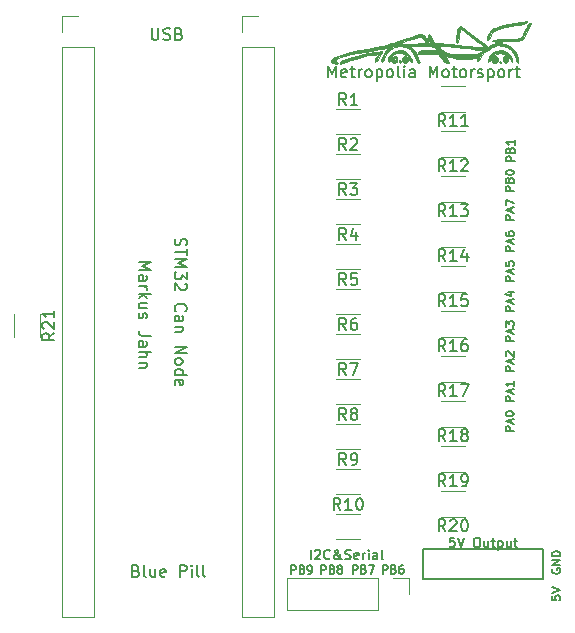
<source format=gto>
G04 #@! TF.FileFunction,Legend,Top*
%FSLAX46Y46*%
G04 Gerber Fmt 4.6, Leading zero omitted, Abs format (unit mm)*
G04 Created by KiCad (PCBNEW 4.0.7) date 12/25/17 13:45:12*
%MOMM*%
%LPD*%
G01*
G04 APERTURE LIST*
%ADD10C,0.100000*%
%ADD11C,0.200000*%
%ADD12C,0.175000*%
%ADD13C,0.150000*%
%ADD14C,0.120000*%
%ADD15C,0.010000*%
%ADD16C,0.160000*%
G04 APERTURE END LIST*
D10*
D11*
X123245619Y-123666809D02*
X124245619Y-123666809D01*
X123531333Y-124000143D01*
X124245619Y-124333476D01*
X123245619Y-124333476D01*
X123245619Y-125238238D02*
X123769429Y-125238238D01*
X123864667Y-125190619D01*
X123912286Y-125095381D01*
X123912286Y-124904904D01*
X123864667Y-124809666D01*
X123293238Y-125238238D02*
X123245619Y-125143000D01*
X123245619Y-124904904D01*
X123293238Y-124809666D01*
X123388476Y-124762047D01*
X123483714Y-124762047D01*
X123578952Y-124809666D01*
X123626571Y-124904904D01*
X123626571Y-125143000D01*
X123674190Y-125238238D01*
X123245619Y-125714428D02*
X123912286Y-125714428D01*
X123721810Y-125714428D02*
X123817048Y-125762047D01*
X123864667Y-125809666D01*
X123912286Y-125904904D01*
X123912286Y-126000143D01*
X123245619Y-126333476D02*
X124245619Y-126333476D01*
X123626571Y-126428714D02*
X123245619Y-126714429D01*
X123912286Y-126714429D02*
X123531333Y-126333476D01*
X123912286Y-127571572D02*
X123245619Y-127571572D01*
X123912286Y-127143000D02*
X123388476Y-127143000D01*
X123293238Y-127190619D01*
X123245619Y-127285857D01*
X123245619Y-127428715D01*
X123293238Y-127523953D01*
X123340857Y-127571572D01*
X123293238Y-128000143D02*
X123245619Y-128095381D01*
X123245619Y-128285857D01*
X123293238Y-128381096D01*
X123388476Y-128428715D01*
X123436095Y-128428715D01*
X123531333Y-128381096D01*
X123578952Y-128285857D01*
X123578952Y-128143000D01*
X123626571Y-128047762D01*
X123721810Y-128000143D01*
X123769429Y-128000143D01*
X123864667Y-128047762D01*
X123912286Y-128143000D01*
X123912286Y-128285857D01*
X123864667Y-128381096D01*
X124245619Y-129904906D02*
X123531333Y-129904906D01*
X123388476Y-129857286D01*
X123293238Y-129762048D01*
X123245619Y-129619191D01*
X123245619Y-129523953D01*
X123245619Y-130809668D02*
X123769429Y-130809668D01*
X123864667Y-130762049D01*
X123912286Y-130666811D01*
X123912286Y-130476334D01*
X123864667Y-130381096D01*
X123293238Y-130809668D02*
X123245619Y-130714430D01*
X123245619Y-130476334D01*
X123293238Y-130381096D01*
X123388476Y-130333477D01*
X123483714Y-130333477D01*
X123578952Y-130381096D01*
X123626571Y-130476334D01*
X123626571Y-130714430D01*
X123674190Y-130809668D01*
X123245619Y-131285858D02*
X124245619Y-131285858D01*
X123245619Y-131714430D02*
X123769429Y-131714430D01*
X123864667Y-131666811D01*
X123912286Y-131571573D01*
X123912286Y-131428715D01*
X123864667Y-131333477D01*
X123817048Y-131285858D01*
X123912286Y-132190620D02*
X123245619Y-132190620D01*
X123817048Y-132190620D02*
X123864667Y-132238239D01*
X123912286Y-132333477D01*
X123912286Y-132476335D01*
X123864667Y-132571573D01*
X123769429Y-132619192D01*
X123245619Y-132619192D01*
X126341238Y-121674714D02*
X126293619Y-121817571D01*
X126293619Y-122055667D01*
X126341238Y-122150905D01*
X126388857Y-122198524D01*
X126484095Y-122246143D01*
X126579333Y-122246143D01*
X126674571Y-122198524D01*
X126722190Y-122150905D01*
X126769810Y-122055667D01*
X126817429Y-121865190D01*
X126865048Y-121769952D01*
X126912667Y-121722333D01*
X127007905Y-121674714D01*
X127103143Y-121674714D01*
X127198381Y-121722333D01*
X127246000Y-121769952D01*
X127293619Y-121865190D01*
X127293619Y-122103286D01*
X127246000Y-122246143D01*
X127293619Y-122531857D02*
X127293619Y-123103286D01*
X126293619Y-122817571D02*
X127293619Y-122817571D01*
X126293619Y-123436619D02*
X127293619Y-123436619D01*
X126579333Y-123769953D01*
X127293619Y-124103286D01*
X126293619Y-124103286D01*
X127293619Y-124484238D02*
X127293619Y-125103286D01*
X126912667Y-124769952D01*
X126912667Y-124912810D01*
X126865048Y-125008048D01*
X126817429Y-125055667D01*
X126722190Y-125103286D01*
X126484095Y-125103286D01*
X126388857Y-125055667D01*
X126341238Y-125008048D01*
X126293619Y-124912810D01*
X126293619Y-124627095D01*
X126341238Y-124531857D01*
X126388857Y-124484238D01*
X127198381Y-125484238D02*
X127246000Y-125531857D01*
X127293619Y-125627095D01*
X127293619Y-125865191D01*
X127246000Y-125960429D01*
X127198381Y-126008048D01*
X127103143Y-126055667D01*
X127007905Y-126055667D01*
X126865048Y-126008048D01*
X126293619Y-125436619D01*
X126293619Y-126055667D01*
X126388857Y-127817572D02*
X126341238Y-127769953D01*
X126293619Y-127627096D01*
X126293619Y-127531858D01*
X126341238Y-127389000D01*
X126436476Y-127293762D01*
X126531714Y-127246143D01*
X126722190Y-127198524D01*
X126865048Y-127198524D01*
X127055524Y-127246143D01*
X127150762Y-127293762D01*
X127246000Y-127389000D01*
X127293619Y-127531858D01*
X127293619Y-127627096D01*
X127246000Y-127769953D01*
X127198381Y-127817572D01*
X126293619Y-128674715D02*
X126817429Y-128674715D01*
X126912667Y-128627096D01*
X126960286Y-128531858D01*
X126960286Y-128341381D01*
X126912667Y-128246143D01*
X126341238Y-128674715D02*
X126293619Y-128579477D01*
X126293619Y-128341381D01*
X126341238Y-128246143D01*
X126436476Y-128198524D01*
X126531714Y-128198524D01*
X126626952Y-128246143D01*
X126674571Y-128341381D01*
X126674571Y-128579477D01*
X126722190Y-128674715D01*
X126960286Y-129150905D02*
X126293619Y-129150905D01*
X126865048Y-129150905D02*
X126912667Y-129198524D01*
X126960286Y-129293762D01*
X126960286Y-129436620D01*
X126912667Y-129531858D01*
X126817429Y-129579477D01*
X126293619Y-129579477D01*
X126293619Y-130817572D02*
X127293619Y-130817572D01*
X126293619Y-131389001D01*
X127293619Y-131389001D01*
X126293619Y-132008048D02*
X126341238Y-131912810D01*
X126388857Y-131865191D01*
X126484095Y-131817572D01*
X126769810Y-131817572D01*
X126865048Y-131865191D01*
X126912667Y-131912810D01*
X126960286Y-132008048D01*
X126960286Y-132150906D01*
X126912667Y-132246144D01*
X126865048Y-132293763D01*
X126769810Y-132341382D01*
X126484095Y-132341382D01*
X126388857Y-132293763D01*
X126341238Y-132246144D01*
X126293619Y-132150906D01*
X126293619Y-132008048D01*
X126293619Y-133198525D02*
X127293619Y-133198525D01*
X126341238Y-133198525D02*
X126293619Y-133103287D01*
X126293619Y-132912810D01*
X126341238Y-132817572D01*
X126388857Y-132769953D01*
X126484095Y-132722334D01*
X126769810Y-132722334D01*
X126865048Y-132769953D01*
X126912667Y-132817572D01*
X126960286Y-132912810D01*
X126960286Y-133103287D01*
X126912667Y-133198525D01*
X126341238Y-134055668D02*
X126293619Y-133960430D01*
X126293619Y-133769953D01*
X126341238Y-133674715D01*
X126436476Y-133627096D01*
X126817429Y-133627096D01*
X126912667Y-133674715D01*
X126960286Y-133769953D01*
X126960286Y-133960430D01*
X126912667Y-134055668D01*
X126817429Y-134103287D01*
X126722190Y-134103287D01*
X126626952Y-133627096D01*
D12*
X143913334Y-150049667D02*
X143913334Y-149349667D01*
X144180000Y-149349667D01*
X144246667Y-149383000D01*
X144280000Y-149416333D01*
X144313334Y-149483000D01*
X144313334Y-149583000D01*
X144280000Y-149649667D01*
X144246667Y-149683000D01*
X144180000Y-149716333D01*
X143913334Y-149716333D01*
X144846667Y-149683000D02*
X144946667Y-149716333D01*
X144980000Y-149749667D01*
X145013334Y-149816333D01*
X145013334Y-149916333D01*
X144980000Y-149983000D01*
X144946667Y-150016333D01*
X144880000Y-150049667D01*
X144613334Y-150049667D01*
X144613334Y-149349667D01*
X144846667Y-149349667D01*
X144913334Y-149383000D01*
X144946667Y-149416333D01*
X144980000Y-149483000D01*
X144980000Y-149549667D01*
X144946667Y-149616333D01*
X144913334Y-149649667D01*
X144846667Y-149683000D01*
X144613334Y-149683000D01*
X145613334Y-149349667D02*
X145480000Y-149349667D01*
X145413334Y-149383000D01*
X145380000Y-149416333D01*
X145313334Y-149516333D01*
X145280000Y-149649667D01*
X145280000Y-149916333D01*
X145313334Y-149983000D01*
X145346667Y-150016333D01*
X145413334Y-150049667D01*
X145546667Y-150049667D01*
X145613334Y-150016333D01*
X145646667Y-149983000D01*
X145680000Y-149916333D01*
X145680000Y-149749667D01*
X145646667Y-149683000D01*
X145613334Y-149649667D01*
X145546667Y-149616333D01*
X145413334Y-149616333D01*
X145346667Y-149649667D01*
X145313334Y-149683000D01*
X145280000Y-149749667D01*
X141373334Y-150049667D02*
X141373334Y-149349667D01*
X141640000Y-149349667D01*
X141706667Y-149383000D01*
X141740000Y-149416333D01*
X141773334Y-149483000D01*
X141773334Y-149583000D01*
X141740000Y-149649667D01*
X141706667Y-149683000D01*
X141640000Y-149716333D01*
X141373334Y-149716333D01*
X142306667Y-149683000D02*
X142406667Y-149716333D01*
X142440000Y-149749667D01*
X142473334Y-149816333D01*
X142473334Y-149916333D01*
X142440000Y-149983000D01*
X142406667Y-150016333D01*
X142340000Y-150049667D01*
X142073334Y-150049667D01*
X142073334Y-149349667D01*
X142306667Y-149349667D01*
X142373334Y-149383000D01*
X142406667Y-149416333D01*
X142440000Y-149483000D01*
X142440000Y-149549667D01*
X142406667Y-149616333D01*
X142373334Y-149649667D01*
X142306667Y-149683000D01*
X142073334Y-149683000D01*
X142706667Y-149349667D02*
X143173334Y-149349667D01*
X142873334Y-150049667D01*
X138706334Y-150049667D02*
X138706334Y-149349667D01*
X138973000Y-149349667D01*
X139039667Y-149383000D01*
X139073000Y-149416333D01*
X139106334Y-149483000D01*
X139106334Y-149583000D01*
X139073000Y-149649667D01*
X139039667Y-149683000D01*
X138973000Y-149716333D01*
X138706334Y-149716333D01*
X139639667Y-149683000D02*
X139739667Y-149716333D01*
X139773000Y-149749667D01*
X139806334Y-149816333D01*
X139806334Y-149916333D01*
X139773000Y-149983000D01*
X139739667Y-150016333D01*
X139673000Y-150049667D01*
X139406334Y-150049667D01*
X139406334Y-149349667D01*
X139639667Y-149349667D01*
X139706334Y-149383000D01*
X139739667Y-149416333D01*
X139773000Y-149483000D01*
X139773000Y-149549667D01*
X139739667Y-149616333D01*
X139706334Y-149649667D01*
X139639667Y-149683000D01*
X139406334Y-149683000D01*
X140206334Y-149649667D02*
X140139667Y-149616333D01*
X140106334Y-149583000D01*
X140073000Y-149516333D01*
X140073000Y-149483000D01*
X140106334Y-149416333D01*
X140139667Y-149383000D01*
X140206334Y-149349667D01*
X140339667Y-149349667D01*
X140406334Y-149383000D01*
X140439667Y-149416333D01*
X140473000Y-149483000D01*
X140473000Y-149516333D01*
X140439667Y-149583000D01*
X140406334Y-149616333D01*
X140339667Y-149649667D01*
X140206334Y-149649667D01*
X140139667Y-149683000D01*
X140106334Y-149716333D01*
X140073000Y-149783000D01*
X140073000Y-149916333D01*
X140106334Y-149983000D01*
X140139667Y-150016333D01*
X140206334Y-150049667D01*
X140339667Y-150049667D01*
X140406334Y-150016333D01*
X140439667Y-149983000D01*
X140473000Y-149916333D01*
X140473000Y-149783000D01*
X140439667Y-149716333D01*
X140406334Y-149683000D01*
X140339667Y-149649667D01*
X136166334Y-150049667D02*
X136166334Y-149349667D01*
X136433000Y-149349667D01*
X136499667Y-149383000D01*
X136533000Y-149416333D01*
X136566334Y-149483000D01*
X136566334Y-149583000D01*
X136533000Y-149649667D01*
X136499667Y-149683000D01*
X136433000Y-149716333D01*
X136166334Y-149716333D01*
X137099667Y-149683000D02*
X137199667Y-149716333D01*
X137233000Y-149749667D01*
X137266334Y-149816333D01*
X137266334Y-149916333D01*
X137233000Y-149983000D01*
X137199667Y-150016333D01*
X137133000Y-150049667D01*
X136866334Y-150049667D01*
X136866334Y-149349667D01*
X137099667Y-149349667D01*
X137166334Y-149383000D01*
X137199667Y-149416333D01*
X137233000Y-149483000D01*
X137233000Y-149549667D01*
X137199667Y-149616333D01*
X137166334Y-149649667D01*
X137099667Y-149683000D01*
X136866334Y-149683000D01*
X137599667Y-150049667D02*
X137733000Y-150049667D01*
X137799667Y-150016333D01*
X137833000Y-149983000D01*
X137899667Y-149883000D01*
X137933000Y-149749667D01*
X137933000Y-149483000D01*
X137899667Y-149416333D01*
X137866334Y-149383000D01*
X137799667Y-149349667D01*
X137666334Y-149349667D01*
X137599667Y-149383000D01*
X137566334Y-149416333D01*
X137533000Y-149483000D01*
X137533000Y-149649667D01*
X137566334Y-149716333D01*
X137599667Y-149749667D01*
X137666334Y-149783000D01*
X137799667Y-149783000D01*
X137866334Y-149749667D01*
X137899667Y-149716333D01*
X137933000Y-149649667D01*
D11*
X124341095Y-103846381D02*
X124341095Y-104655905D01*
X124388714Y-104751143D01*
X124436333Y-104798762D01*
X124531571Y-104846381D01*
X124722048Y-104846381D01*
X124817286Y-104798762D01*
X124864905Y-104751143D01*
X124912524Y-104655905D01*
X124912524Y-103846381D01*
X125341095Y-104798762D02*
X125483952Y-104846381D01*
X125722048Y-104846381D01*
X125817286Y-104798762D01*
X125864905Y-104751143D01*
X125912524Y-104655905D01*
X125912524Y-104560667D01*
X125864905Y-104465429D01*
X125817286Y-104417810D01*
X125722048Y-104370190D01*
X125531571Y-104322571D01*
X125436333Y-104274952D01*
X125388714Y-104227333D01*
X125341095Y-104132095D01*
X125341095Y-104036857D01*
X125388714Y-103941619D01*
X125436333Y-103894000D01*
X125531571Y-103846381D01*
X125769667Y-103846381D01*
X125912524Y-103894000D01*
X126674429Y-104322571D02*
X126817286Y-104370190D01*
X126864905Y-104417810D01*
X126912524Y-104513048D01*
X126912524Y-104655905D01*
X126864905Y-104751143D01*
X126817286Y-104798762D01*
X126722048Y-104846381D01*
X126341095Y-104846381D01*
X126341095Y-103846381D01*
X126674429Y-103846381D01*
X126769667Y-103894000D01*
X126817286Y-103941619D01*
X126864905Y-104036857D01*
X126864905Y-104132095D01*
X126817286Y-104227333D01*
X126769667Y-104274952D01*
X126674429Y-104322571D01*
X126341095Y-104322571D01*
D12*
X158273000Y-149631333D02*
X158239667Y-149697999D01*
X158239667Y-149797999D01*
X158273000Y-149897999D01*
X158339667Y-149964666D01*
X158406333Y-149997999D01*
X158539667Y-150031333D01*
X158639667Y-150031333D01*
X158773000Y-149997999D01*
X158839667Y-149964666D01*
X158906333Y-149897999D01*
X158939667Y-149797999D01*
X158939667Y-149731333D01*
X158906333Y-149631333D01*
X158873000Y-149597999D01*
X158639667Y-149597999D01*
X158639667Y-149731333D01*
X158939667Y-149297999D02*
X158239667Y-149297999D01*
X158939667Y-148897999D01*
X158239667Y-148897999D01*
X158939667Y-148564666D02*
X158239667Y-148564666D01*
X158239667Y-148398000D01*
X158273000Y-148298000D01*
X158339667Y-148231333D01*
X158406333Y-148198000D01*
X158539667Y-148164666D01*
X158639667Y-148164666D01*
X158773000Y-148198000D01*
X158839667Y-148231333D01*
X158906333Y-148298000D01*
X158939667Y-148398000D01*
X158939667Y-148564666D01*
X158239667Y-151898333D02*
X158239667Y-152231666D01*
X158573000Y-152265000D01*
X158539667Y-152231666D01*
X158506333Y-152165000D01*
X158506333Y-151998333D01*
X158539667Y-151931666D01*
X158573000Y-151898333D01*
X158639667Y-151865000D01*
X158806333Y-151865000D01*
X158873000Y-151898333D01*
X158906333Y-151931666D01*
X158939667Y-151998333D01*
X158939667Y-152165000D01*
X158906333Y-152231666D01*
X158873000Y-152265000D01*
X158239667Y-151664999D02*
X158939667Y-151431666D01*
X158239667Y-151198333D01*
X155002667Y-137976666D02*
X154302667Y-137976666D01*
X154302667Y-137710000D01*
X154336000Y-137643333D01*
X154369333Y-137610000D01*
X154436000Y-137576666D01*
X154536000Y-137576666D01*
X154602667Y-137610000D01*
X154636000Y-137643333D01*
X154669333Y-137710000D01*
X154669333Y-137976666D01*
X154802667Y-137310000D02*
X154802667Y-136976666D01*
X155002667Y-137376666D02*
X154302667Y-137143333D01*
X155002667Y-136910000D01*
X154302667Y-136543333D02*
X154302667Y-136476666D01*
X154336000Y-136410000D01*
X154369333Y-136376666D01*
X154436000Y-136343333D01*
X154569333Y-136310000D01*
X154736000Y-136310000D01*
X154869333Y-136343333D01*
X154936000Y-136376666D01*
X154969333Y-136410000D01*
X155002667Y-136476666D01*
X155002667Y-136543333D01*
X154969333Y-136610000D01*
X154936000Y-136643333D01*
X154869333Y-136676666D01*
X154736000Y-136710000D01*
X154569333Y-136710000D01*
X154436000Y-136676666D01*
X154369333Y-136643333D01*
X154336000Y-136610000D01*
X154302667Y-136543333D01*
X155002667Y-135436666D02*
X154302667Y-135436666D01*
X154302667Y-135170000D01*
X154336000Y-135103333D01*
X154369333Y-135070000D01*
X154436000Y-135036666D01*
X154536000Y-135036666D01*
X154602667Y-135070000D01*
X154636000Y-135103333D01*
X154669333Y-135170000D01*
X154669333Y-135436666D01*
X154802667Y-134770000D02*
X154802667Y-134436666D01*
X155002667Y-134836666D02*
X154302667Y-134603333D01*
X155002667Y-134370000D01*
X155002667Y-133770000D02*
X155002667Y-134170000D01*
X155002667Y-133970000D02*
X154302667Y-133970000D01*
X154402667Y-134036666D01*
X154469333Y-134103333D01*
X154502667Y-134170000D01*
X155002667Y-132896666D02*
X154302667Y-132896666D01*
X154302667Y-132630000D01*
X154336000Y-132563333D01*
X154369333Y-132530000D01*
X154436000Y-132496666D01*
X154536000Y-132496666D01*
X154602667Y-132530000D01*
X154636000Y-132563333D01*
X154669333Y-132630000D01*
X154669333Y-132896666D01*
X154802667Y-132230000D02*
X154802667Y-131896666D01*
X155002667Y-132296666D02*
X154302667Y-132063333D01*
X155002667Y-131830000D01*
X154369333Y-131630000D02*
X154336000Y-131596666D01*
X154302667Y-131530000D01*
X154302667Y-131363333D01*
X154336000Y-131296666D01*
X154369333Y-131263333D01*
X154436000Y-131230000D01*
X154502667Y-131230000D01*
X154602667Y-131263333D01*
X155002667Y-131663333D01*
X155002667Y-131230000D01*
X155002667Y-130356666D02*
X154302667Y-130356666D01*
X154302667Y-130090000D01*
X154336000Y-130023333D01*
X154369333Y-129990000D01*
X154436000Y-129956666D01*
X154536000Y-129956666D01*
X154602667Y-129990000D01*
X154636000Y-130023333D01*
X154669333Y-130090000D01*
X154669333Y-130356666D01*
X154802667Y-129690000D02*
X154802667Y-129356666D01*
X155002667Y-129756666D02*
X154302667Y-129523333D01*
X155002667Y-129290000D01*
X154302667Y-129123333D02*
X154302667Y-128690000D01*
X154569333Y-128923333D01*
X154569333Y-128823333D01*
X154602667Y-128756666D01*
X154636000Y-128723333D01*
X154702667Y-128690000D01*
X154869333Y-128690000D01*
X154936000Y-128723333D01*
X154969333Y-128756666D01*
X155002667Y-128823333D01*
X155002667Y-129023333D01*
X154969333Y-129090000D01*
X154936000Y-129123333D01*
X155002667Y-125276666D02*
X154302667Y-125276666D01*
X154302667Y-125010000D01*
X154336000Y-124943333D01*
X154369333Y-124910000D01*
X154436000Y-124876666D01*
X154536000Y-124876666D01*
X154602667Y-124910000D01*
X154636000Y-124943333D01*
X154669333Y-125010000D01*
X154669333Y-125276666D01*
X154802667Y-124610000D02*
X154802667Y-124276666D01*
X155002667Y-124676666D02*
X154302667Y-124443333D01*
X155002667Y-124210000D01*
X154302667Y-123643333D02*
X154302667Y-123976666D01*
X154636000Y-124010000D01*
X154602667Y-123976666D01*
X154569333Y-123910000D01*
X154569333Y-123743333D01*
X154602667Y-123676666D01*
X154636000Y-123643333D01*
X154702667Y-123610000D01*
X154869333Y-123610000D01*
X154936000Y-123643333D01*
X154969333Y-123676666D01*
X155002667Y-123743333D01*
X155002667Y-123910000D01*
X154969333Y-123976666D01*
X154936000Y-124010000D01*
X155002667Y-127816666D02*
X154302667Y-127816666D01*
X154302667Y-127550000D01*
X154336000Y-127483333D01*
X154369333Y-127450000D01*
X154436000Y-127416666D01*
X154536000Y-127416666D01*
X154602667Y-127450000D01*
X154636000Y-127483333D01*
X154669333Y-127550000D01*
X154669333Y-127816666D01*
X154802667Y-127150000D02*
X154802667Y-126816666D01*
X155002667Y-127216666D02*
X154302667Y-126983333D01*
X155002667Y-126750000D01*
X154536000Y-126216666D02*
X155002667Y-126216666D01*
X154269333Y-126383333D02*
X154769333Y-126550000D01*
X154769333Y-126116666D01*
X155002667Y-122736666D02*
X154302667Y-122736666D01*
X154302667Y-122470000D01*
X154336000Y-122403333D01*
X154369333Y-122370000D01*
X154436000Y-122336666D01*
X154536000Y-122336666D01*
X154602667Y-122370000D01*
X154636000Y-122403333D01*
X154669333Y-122470000D01*
X154669333Y-122736666D01*
X154802667Y-122070000D02*
X154802667Y-121736666D01*
X155002667Y-122136666D02*
X154302667Y-121903333D01*
X155002667Y-121670000D01*
X154302667Y-121136666D02*
X154302667Y-121270000D01*
X154336000Y-121336666D01*
X154369333Y-121370000D01*
X154469333Y-121436666D01*
X154602667Y-121470000D01*
X154869333Y-121470000D01*
X154936000Y-121436666D01*
X154969333Y-121403333D01*
X155002667Y-121336666D01*
X155002667Y-121203333D01*
X154969333Y-121136666D01*
X154936000Y-121103333D01*
X154869333Y-121070000D01*
X154702667Y-121070000D01*
X154636000Y-121103333D01*
X154602667Y-121136666D01*
X154569333Y-121203333D01*
X154569333Y-121336666D01*
X154602667Y-121403333D01*
X154636000Y-121436666D01*
X154702667Y-121470000D01*
X155002667Y-120069666D02*
X154302667Y-120069666D01*
X154302667Y-119803000D01*
X154336000Y-119736333D01*
X154369333Y-119703000D01*
X154436000Y-119669666D01*
X154536000Y-119669666D01*
X154602667Y-119703000D01*
X154636000Y-119736333D01*
X154669333Y-119803000D01*
X154669333Y-120069666D01*
X154802667Y-119403000D02*
X154802667Y-119069666D01*
X155002667Y-119469666D02*
X154302667Y-119236333D01*
X155002667Y-119003000D01*
X154302667Y-118836333D02*
X154302667Y-118369666D01*
X155002667Y-118669666D01*
X155002667Y-117643166D02*
X154302667Y-117643166D01*
X154302667Y-117376500D01*
X154336000Y-117309833D01*
X154369333Y-117276500D01*
X154436000Y-117243166D01*
X154536000Y-117243166D01*
X154602667Y-117276500D01*
X154636000Y-117309833D01*
X154669333Y-117376500D01*
X154669333Y-117643166D01*
X154636000Y-116709833D02*
X154669333Y-116609833D01*
X154702667Y-116576500D01*
X154769333Y-116543166D01*
X154869333Y-116543166D01*
X154936000Y-116576500D01*
X154969333Y-116609833D01*
X155002667Y-116676500D01*
X155002667Y-116943166D01*
X154302667Y-116943166D01*
X154302667Y-116709833D01*
X154336000Y-116643166D01*
X154369333Y-116609833D01*
X154436000Y-116576500D01*
X154502667Y-116576500D01*
X154569333Y-116609833D01*
X154602667Y-116643166D01*
X154636000Y-116709833D01*
X154636000Y-116943166D01*
X154302667Y-116109833D02*
X154302667Y-116043166D01*
X154336000Y-115976500D01*
X154369333Y-115943166D01*
X154436000Y-115909833D01*
X154569333Y-115876500D01*
X154736000Y-115876500D01*
X154869333Y-115909833D01*
X154936000Y-115943166D01*
X154969333Y-115976500D01*
X155002667Y-116043166D01*
X155002667Y-116109833D01*
X154969333Y-116176500D01*
X154936000Y-116209833D01*
X154869333Y-116243166D01*
X154736000Y-116276500D01*
X154569333Y-116276500D01*
X154436000Y-116243166D01*
X154369333Y-116209833D01*
X154336000Y-116176500D01*
X154302667Y-116109833D01*
X155066167Y-115103166D02*
X154366167Y-115103166D01*
X154366167Y-114836500D01*
X154399500Y-114769833D01*
X154432833Y-114736500D01*
X154499500Y-114703166D01*
X154599500Y-114703166D01*
X154666167Y-114736500D01*
X154699500Y-114769833D01*
X154732833Y-114836500D01*
X154732833Y-115103166D01*
X154699500Y-114169833D02*
X154732833Y-114069833D01*
X154766167Y-114036500D01*
X154832833Y-114003166D01*
X154932833Y-114003166D01*
X154999500Y-114036500D01*
X155032833Y-114069833D01*
X155066167Y-114136500D01*
X155066167Y-114403166D01*
X154366167Y-114403166D01*
X154366167Y-114169833D01*
X154399500Y-114103166D01*
X154432833Y-114069833D01*
X154499500Y-114036500D01*
X154566167Y-114036500D01*
X154632833Y-114069833D01*
X154666167Y-114103166D01*
X154699500Y-114169833D01*
X154699500Y-114403166D01*
X155066167Y-113336500D02*
X155066167Y-113736500D01*
X155066167Y-113536500D02*
X154366167Y-113536500D01*
X154466167Y-113603166D01*
X154532833Y-113669833D01*
X154566167Y-113736500D01*
D13*
X147320000Y-150495000D02*
X147320000Y-147955000D01*
X147320000Y-147955000D02*
X157480000Y-147955000D01*
X157480000Y-147955000D02*
X157480000Y-150495000D01*
X157480000Y-150495000D02*
X147320000Y-150495000D01*
D14*
X116780000Y-102810000D02*
X118110000Y-102810000D01*
X116780000Y-104140000D02*
X116780000Y-102810000D01*
X116780000Y-105410000D02*
X119440000Y-105410000D01*
X119440000Y-105410000D02*
X119440000Y-153730000D01*
X116780000Y-105410000D02*
X116780000Y-153730000D01*
X116780000Y-153730000D02*
X119440000Y-153730000D01*
X132020000Y-153730000D02*
X134680000Y-153730000D01*
X132020000Y-105410000D02*
X132020000Y-153730000D01*
X134680000Y-105410000D02*
X134680000Y-153730000D01*
X132020000Y-105410000D02*
X134680000Y-105410000D01*
X132020000Y-104140000D02*
X132020000Y-102810000D01*
X132020000Y-102810000D02*
X133350000Y-102810000D01*
X141970000Y-112830000D02*
X139970000Y-112830000D01*
X139970000Y-110690000D02*
X141970000Y-110690000D01*
X141970000Y-116640000D02*
X139970000Y-116640000D01*
X139970000Y-114500000D02*
X141970000Y-114500000D01*
X141970000Y-120450000D02*
X139970000Y-120450000D01*
X139970000Y-118310000D02*
X141970000Y-118310000D01*
X141970000Y-124260000D02*
X139970000Y-124260000D01*
X139970000Y-122120000D02*
X141970000Y-122120000D01*
X141970000Y-128070000D02*
X139970000Y-128070000D01*
X139970000Y-125930000D02*
X141970000Y-125930000D01*
X141970000Y-131880000D02*
X139970000Y-131880000D01*
X139970000Y-129740000D02*
X141970000Y-129740000D01*
X141970000Y-135690000D02*
X139970000Y-135690000D01*
X139970000Y-133550000D02*
X141970000Y-133550000D01*
X141970000Y-139500000D02*
X139970000Y-139500000D01*
X139970000Y-137360000D02*
X141970000Y-137360000D01*
X141970000Y-143310000D02*
X139970000Y-143310000D01*
X139970000Y-141170000D02*
X141970000Y-141170000D01*
X141970000Y-147120000D02*
X139970000Y-147120000D01*
X139970000Y-144980000D02*
X141970000Y-144980000D01*
X148860000Y-108785000D02*
X150860000Y-108785000D01*
X150860000Y-110925000D02*
X148860000Y-110925000D01*
X148860000Y-112595000D02*
X150860000Y-112595000D01*
X150860000Y-114735000D02*
X148860000Y-114735000D01*
X148860000Y-116405000D02*
X150860000Y-116405000D01*
X150860000Y-118545000D02*
X148860000Y-118545000D01*
X148860000Y-120215000D02*
X150860000Y-120215000D01*
X150860000Y-122355000D02*
X148860000Y-122355000D01*
X148860000Y-124025000D02*
X150860000Y-124025000D01*
X150860000Y-126165000D02*
X148860000Y-126165000D01*
X148860000Y-127835000D02*
X150860000Y-127835000D01*
X150860000Y-129975000D02*
X148860000Y-129975000D01*
X148860000Y-131645000D02*
X150860000Y-131645000D01*
X150860000Y-133785000D02*
X148860000Y-133785000D01*
X148860000Y-135455000D02*
X150860000Y-135455000D01*
X150860000Y-137595000D02*
X148860000Y-137595000D01*
X148860000Y-139265000D02*
X150860000Y-139265000D01*
X150860000Y-141405000D02*
X148860000Y-141405000D01*
X148860000Y-143075000D02*
X150860000Y-143075000D01*
X150860000Y-145215000D02*
X148860000Y-145215000D01*
X112722000Y-130032000D02*
X112722000Y-128032000D01*
X114862000Y-128032000D02*
X114862000Y-130032000D01*
D15*
G36*
X150589270Y-103750850D02*
X150831270Y-103917371D01*
X151032285Y-104076553D01*
X151368699Y-104340651D01*
X151742364Y-104620285D01*
X152018637Y-104817333D01*
X152289945Y-105004377D01*
X152523974Y-105165830D01*
X152666686Y-105264408D01*
X152763457Y-105361995D01*
X152717500Y-105419630D01*
X152619702Y-105509338D01*
X152611667Y-105541503D01*
X152672839Y-105544541D01*
X152827794Y-105466285D01*
X152922977Y-105405302D01*
X153275025Y-105205317D01*
X153599525Y-105122325D01*
X153959449Y-105135872D01*
X154471329Y-105277382D01*
X154889422Y-105541519D01*
X155194007Y-105909889D01*
X155365359Y-106364099D01*
X155381726Y-106462279D01*
X155391507Y-106707841D01*
X155351058Y-106802465D01*
X155284992Y-106747108D01*
X155217925Y-106542726D01*
X155201734Y-106455285D01*
X155061145Y-106073869D01*
X154793470Y-105745053D01*
X154438237Y-105493731D01*
X154034975Y-105344795D01*
X153623213Y-105323141D01*
X153458667Y-105357563D01*
X153199022Y-105467584D01*
X152981698Y-105610860D01*
X152972029Y-105619625D01*
X152788582Y-105745225D01*
X152636374Y-105791201D01*
X152497642Y-105871302D01*
X152327357Y-106103020D01*
X152242015Y-106255796D01*
X152104447Y-106490018D01*
X151986792Y-106639442D01*
X151921071Y-106671803D01*
X151878295Y-106562547D01*
X151892769Y-106465909D01*
X151908733Y-106365349D01*
X151838769Y-106345704D01*
X151663939Y-106388368D01*
X151297852Y-106449560D01*
X150834888Y-106464609D01*
X150340600Y-106435225D01*
X149880541Y-106363116D01*
X149781073Y-106339270D01*
X149512206Y-106277827D01*
X149314900Y-106248745D01*
X149240840Y-106254938D01*
X149260783Y-106339700D01*
X149369978Y-106484605D01*
X149379889Y-106495290D01*
X149533714Y-106694027D01*
X149549072Y-106809594D01*
X149427105Y-106834551D01*
X149330834Y-106815070D01*
X149122990Y-106694578D01*
X148905141Y-106462571D01*
X148855226Y-106392589D01*
X148612451Y-106032060D01*
X147760033Y-106054952D01*
X147344190Y-106060181D01*
X147073009Y-106047637D01*
X146922517Y-106014949D01*
X146870655Y-105966963D01*
X146878231Y-105851611D01*
X147001865Y-105773132D01*
X147257599Y-105726940D01*
X147661474Y-105708448D01*
X147777622Y-105707629D01*
X148122164Y-105705510D01*
X148323765Y-105695325D01*
X148408817Y-105669008D01*
X148403711Y-105618494D01*
X148336000Y-105537000D01*
X148252138Y-105463171D01*
X148137512Y-105414347D01*
X147958640Y-105385508D01*
X147682035Y-105371635D01*
X147274215Y-105367708D01*
X147206371Y-105367666D01*
X146229986Y-105367666D01*
X146452502Y-105600500D01*
X146615157Y-105811986D01*
X146782399Y-106092691D01*
X146923943Y-106383691D01*
X147009506Y-106626064D01*
X147021807Y-106708222D01*
X146991387Y-106803243D01*
X146912987Y-106771425D01*
X146814142Y-106637493D01*
X146728684Y-106444971D01*
X146500137Y-105957893D01*
X146197007Y-105620247D01*
X145811543Y-105425876D01*
X145372667Y-105368299D01*
X144900820Y-105445792D01*
X144503359Y-105666279D01*
X144202145Y-106011776D01*
X144019038Y-106464295D01*
X144014102Y-106486081D01*
X143937744Y-106656472D01*
X143836234Y-106722333D01*
X143751265Y-106676042D01*
X143769021Y-106531833D01*
X143895287Y-106211642D01*
X144063517Y-105894172D01*
X144211227Y-105684546D01*
X144287335Y-105583117D01*
X144242114Y-105557321D01*
X144095184Y-105577226D01*
X143908540Y-105606941D01*
X143602730Y-105653851D01*
X143226132Y-105710586D01*
X142959667Y-105750223D01*
X142390638Y-105844260D01*
X141802008Y-105958719D01*
X141231643Y-106084735D01*
X140717411Y-106213445D01*
X140297180Y-106335984D01*
X140020311Y-106438253D01*
X139831072Y-106529880D01*
X139783934Y-106580361D01*
X139863498Y-106610751D01*
X139890500Y-106615785D01*
X140039410Y-106687889D01*
X140081000Y-106770555D01*
X140064010Y-106859001D01*
X139985724Y-106875762D01*
X139805167Y-106823423D01*
X139721167Y-106793260D01*
X139553862Y-106693961D01*
X139488334Y-106583516D01*
X139569532Y-106462518D01*
X139801656Y-106326528D01*
X140167494Y-106180669D01*
X140649837Y-106030061D01*
X141231475Y-105879828D01*
X141895197Y-105735090D01*
X142623793Y-105600969D01*
X142985430Y-105542799D01*
X143749484Y-105398095D01*
X143962654Y-105342060D01*
X148684224Y-105342060D01*
X148862491Y-105586781D01*
X149062926Y-105782926D01*
X149350045Y-105927926D01*
X149738646Y-106023909D01*
X150243529Y-106073002D01*
X150879492Y-106077332D01*
X151661334Y-106039026D01*
X151892000Y-106022217D01*
X152087459Y-105971666D01*
X152228768Y-105876298D01*
X152269553Y-105772727D01*
X152249885Y-105739662D01*
X152148318Y-105709870D01*
X151910107Y-105668318D01*
X151567207Y-105618965D01*
X151151577Y-105565771D01*
X150695173Y-105512696D01*
X150229953Y-105463700D01*
X149787873Y-105422742D01*
X149526112Y-105402166D01*
X148684224Y-105342060D01*
X143962654Y-105342060D01*
X144460350Y-105211233D01*
X144648332Y-105147844D01*
X145415246Y-105147844D01*
X145493090Y-105168795D01*
X145700742Y-105178837D01*
X145999122Y-105179346D01*
X146349150Y-105171698D01*
X146711748Y-105157269D01*
X147047836Y-105137433D01*
X147318334Y-105113567D01*
X147484163Y-105087047D01*
X147514960Y-105073929D01*
X147511768Y-104993226D01*
X147742509Y-104993226D01*
X147748817Y-105037871D01*
X147855516Y-105111988D01*
X147942795Y-105053789D01*
X147955000Y-104989323D01*
X147898816Y-104903873D01*
X147828486Y-104913529D01*
X147742509Y-104993226D01*
X147511768Y-104993226D01*
X147511078Y-104975793D01*
X147419155Y-104828849D01*
X147284808Y-104688255D01*
X147153653Y-104609171D01*
X147127548Y-104605472D01*
X146963094Y-104629140D01*
X146704054Y-104691775D01*
X146391370Y-104780409D01*
X146065983Y-104882073D01*
X145768834Y-104983799D01*
X145540865Y-105072619D01*
X145423018Y-105135564D01*
X145415246Y-105147844D01*
X144648332Y-105147844D01*
X144836605Y-105084357D01*
X145161844Y-104968372D01*
X145551608Y-104837977D01*
X145970012Y-104704134D01*
X146381169Y-104577809D01*
X146749194Y-104469965D01*
X147038199Y-104391565D01*
X147212299Y-104353574D01*
X147234791Y-104351666D01*
X147320428Y-104407770D01*
X147465195Y-104545780D01*
X147493376Y-104575696D01*
X147701000Y-104799726D01*
X147701000Y-104575696D01*
X147727817Y-104410749D01*
X147783493Y-104351666D01*
X147875798Y-104421577D01*
X147986370Y-104589189D01*
X148080652Y-104791317D01*
X148124089Y-104964780D01*
X148124334Y-104974861D01*
X148165201Y-105040255D01*
X148304884Y-105088664D01*
X148569005Y-105126178D01*
X148865167Y-105150895D01*
X149235537Y-105180267D01*
X149715512Y-105222867D01*
X150246393Y-105273273D01*
X150769483Y-105326061D01*
X150833667Y-105332796D01*
X151283241Y-105380162D01*
X151682030Y-105422091D01*
X151995152Y-105454922D01*
X152187727Y-105474995D01*
X152221554Y-105478466D01*
X152377431Y-105461119D01*
X152395342Y-105377790D01*
X152282030Y-105250439D01*
X152117902Y-105140906D01*
X151905235Y-105001819D01*
X151615439Y-104789221D01*
X151299112Y-104540778D01*
X151179602Y-104442406D01*
X150905170Y-104219517D01*
X150676160Y-104045361D01*
X150525170Y-103944143D01*
X150487324Y-103928333D01*
X150438511Y-104003815D01*
X150406825Y-104193621D01*
X150401894Y-104288166D01*
X150369692Y-104677116D01*
X150298217Y-104951490D01*
X150194359Y-105086052D01*
X150182784Y-105090738D01*
X150141388Y-105033101D01*
X150125005Y-104854285D01*
X150131086Y-104600183D01*
X150157079Y-104316692D01*
X150200433Y-104049706D01*
X150250927Y-103864833D01*
X150324094Y-103731354D01*
X150428543Y-103691102D01*
X150589270Y-103750850D01*
X150589270Y-103750850D01*
G37*
X150589270Y-103750850D02*
X150831270Y-103917371D01*
X151032285Y-104076553D01*
X151368699Y-104340651D01*
X151742364Y-104620285D01*
X152018637Y-104817333D01*
X152289945Y-105004377D01*
X152523974Y-105165830D01*
X152666686Y-105264408D01*
X152763457Y-105361995D01*
X152717500Y-105419630D01*
X152619702Y-105509338D01*
X152611667Y-105541503D01*
X152672839Y-105544541D01*
X152827794Y-105466285D01*
X152922977Y-105405302D01*
X153275025Y-105205317D01*
X153599525Y-105122325D01*
X153959449Y-105135872D01*
X154471329Y-105277382D01*
X154889422Y-105541519D01*
X155194007Y-105909889D01*
X155365359Y-106364099D01*
X155381726Y-106462279D01*
X155391507Y-106707841D01*
X155351058Y-106802465D01*
X155284992Y-106747108D01*
X155217925Y-106542726D01*
X155201734Y-106455285D01*
X155061145Y-106073869D01*
X154793470Y-105745053D01*
X154438237Y-105493731D01*
X154034975Y-105344795D01*
X153623213Y-105323141D01*
X153458667Y-105357563D01*
X153199022Y-105467584D01*
X152981698Y-105610860D01*
X152972029Y-105619625D01*
X152788582Y-105745225D01*
X152636374Y-105791201D01*
X152497642Y-105871302D01*
X152327357Y-106103020D01*
X152242015Y-106255796D01*
X152104447Y-106490018D01*
X151986792Y-106639442D01*
X151921071Y-106671803D01*
X151878295Y-106562547D01*
X151892769Y-106465909D01*
X151908733Y-106365349D01*
X151838769Y-106345704D01*
X151663939Y-106388368D01*
X151297852Y-106449560D01*
X150834888Y-106464609D01*
X150340600Y-106435225D01*
X149880541Y-106363116D01*
X149781073Y-106339270D01*
X149512206Y-106277827D01*
X149314900Y-106248745D01*
X149240840Y-106254938D01*
X149260783Y-106339700D01*
X149369978Y-106484605D01*
X149379889Y-106495290D01*
X149533714Y-106694027D01*
X149549072Y-106809594D01*
X149427105Y-106834551D01*
X149330834Y-106815070D01*
X149122990Y-106694578D01*
X148905141Y-106462571D01*
X148855226Y-106392589D01*
X148612451Y-106032060D01*
X147760033Y-106054952D01*
X147344190Y-106060181D01*
X147073009Y-106047637D01*
X146922517Y-106014949D01*
X146870655Y-105966963D01*
X146878231Y-105851611D01*
X147001865Y-105773132D01*
X147257599Y-105726940D01*
X147661474Y-105708448D01*
X147777622Y-105707629D01*
X148122164Y-105705510D01*
X148323765Y-105695325D01*
X148408817Y-105669008D01*
X148403711Y-105618494D01*
X148336000Y-105537000D01*
X148252138Y-105463171D01*
X148137512Y-105414347D01*
X147958640Y-105385508D01*
X147682035Y-105371635D01*
X147274215Y-105367708D01*
X147206371Y-105367666D01*
X146229986Y-105367666D01*
X146452502Y-105600500D01*
X146615157Y-105811986D01*
X146782399Y-106092691D01*
X146923943Y-106383691D01*
X147009506Y-106626064D01*
X147021807Y-106708222D01*
X146991387Y-106803243D01*
X146912987Y-106771425D01*
X146814142Y-106637493D01*
X146728684Y-106444971D01*
X146500137Y-105957893D01*
X146197007Y-105620247D01*
X145811543Y-105425876D01*
X145372667Y-105368299D01*
X144900820Y-105445792D01*
X144503359Y-105666279D01*
X144202145Y-106011776D01*
X144019038Y-106464295D01*
X144014102Y-106486081D01*
X143937744Y-106656472D01*
X143836234Y-106722333D01*
X143751265Y-106676042D01*
X143769021Y-106531833D01*
X143895287Y-106211642D01*
X144063517Y-105894172D01*
X144211227Y-105684546D01*
X144287335Y-105583117D01*
X144242114Y-105557321D01*
X144095184Y-105577226D01*
X143908540Y-105606941D01*
X143602730Y-105653851D01*
X143226132Y-105710586D01*
X142959667Y-105750223D01*
X142390638Y-105844260D01*
X141802008Y-105958719D01*
X141231643Y-106084735D01*
X140717411Y-106213445D01*
X140297180Y-106335984D01*
X140020311Y-106438253D01*
X139831072Y-106529880D01*
X139783934Y-106580361D01*
X139863498Y-106610751D01*
X139890500Y-106615785D01*
X140039410Y-106687889D01*
X140081000Y-106770555D01*
X140064010Y-106859001D01*
X139985724Y-106875762D01*
X139805167Y-106823423D01*
X139721167Y-106793260D01*
X139553862Y-106693961D01*
X139488334Y-106583516D01*
X139569532Y-106462518D01*
X139801656Y-106326528D01*
X140167494Y-106180669D01*
X140649837Y-106030061D01*
X141231475Y-105879828D01*
X141895197Y-105735090D01*
X142623793Y-105600969D01*
X142985430Y-105542799D01*
X143749484Y-105398095D01*
X143962654Y-105342060D01*
X148684224Y-105342060D01*
X148862491Y-105586781D01*
X149062926Y-105782926D01*
X149350045Y-105927926D01*
X149738646Y-106023909D01*
X150243529Y-106073002D01*
X150879492Y-106077332D01*
X151661334Y-106039026D01*
X151892000Y-106022217D01*
X152087459Y-105971666D01*
X152228768Y-105876298D01*
X152269553Y-105772727D01*
X152249885Y-105739662D01*
X152148318Y-105709870D01*
X151910107Y-105668318D01*
X151567207Y-105618965D01*
X151151577Y-105565771D01*
X150695173Y-105512696D01*
X150229953Y-105463700D01*
X149787873Y-105422742D01*
X149526112Y-105402166D01*
X148684224Y-105342060D01*
X143962654Y-105342060D01*
X144460350Y-105211233D01*
X144648332Y-105147844D01*
X145415246Y-105147844D01*
X145493090Y-105168795D01*
X145700742Y-105178837D01*
X145999122Y-105179346D01*
X146349150Y-105171698D01*
X146711748Y-105157269D01*
X147047836Y-105137433D01*
X147318334Y-105113567D01*
X147484163Y-105087047D01*
X147514960Y-105073929D01*
X147511768Y-104993226D01*
X147742509Y-104993226D01*
X147748817Y-105037871D01*
X147855516Y-105111988D01*
X147942795Y-105053789D01*
X147955000Y-104989323D01*
X147898816Y-104903873D01*
X147828486Y-104913529D01*
X147742509Y-104993226D01*
X147511768Y-104993226D01*
X147511078Y-104975793D01*
X147419155Y-104828849D01*
X147284808Y-104688255D01*
X147153653Y-104609171D01*
X147127548Y-104605472D01*
X146963094Y-104629140D01*
X146704054Y-104691775D01*
X146391370Y-104780409D01*
X146065983Y-104882073D01*
X145768834Y-104983799D01*
X145540865Y-105072619D01*
X145423018Y-105135564D01*
X145415246Y-105147844D01*
X144648332Y-105147844D01*
X144836605Y-105084357D01*
X145161844Y-104968372D01*
X145551608Y-104837977D01*
X145970012Y-104704134D01*
X146381169Y-104577809D01*
X146749194Y-104469965D01*
X147038199Y-104391565D01*
X147212299Y-104353574D01*
X147234791Y-104351666D01*
X147320428Y-104407770D01*
X147465195Y-104545780D01*
X147493376Y-104575696D01*
X147701000Y-104799726D01*
X147701000Y-104575696D01*
X147727817Y-104410749D01*
X147783493Y-104351666D01*
X147875798Y-104421577D01*
X147986370Y-104589189D01*
X148080652Y-104791317D01*
X148124089Y-104964780D01*
X148124334Y-104974861D01*
X148165201Y-105040255D01*
X148304884Y-105088664D01*
X148569005Y-105126178D01*
X148865167Y-105150895D01*
X149235537Y-105180267D01*
X149715512Y-105222867D01*
X150246393Y-105273273D01*
X150769483Y-105326061D01*
X150833667Y-105332796D01*
X151283241Y-105380162D01*
X151682030Y-105422091D01*
X151995152Y-105454922D01*
X152187727Y-105474995D01*
X152221554Y-105478466D01*
X152377431Y-105461119D01*
X152395342Y-105377790D01*
X152282030Y-105250439D01*
X152117902Y-105140906D01*
X151905235Y-105001819D01*
X151615439Y-104789221D01*
X151299112Y-104540778D01*
X151179602Y-104442406D01*
X150905170Y-104219517D01*
X150676160Y-104045361D01*
X150525170Y-103944143D01*
X150487324Y-103928333D01*
X150438511Y-104003815D01*
X150406825Y-104193621D01*
X150401894Y-104288166D01*
X150369692Y-104677116D01*
X150298217Y-104951490D01*
X150194359Y-105086052D01*
X150182784Y-105090738D01*
X150141388Y-105033101D01*
X150125005Y-104854285D01*
X150131086Y-104600183D01*
X150157079Y-104316692D01*
X150200433Y-104049706D01*
X150250927Y-103864833D01*
X150324094Y-103731354D01*
X150428543Y-103691102D01*
X150589270Y-103750850D01*
G36*
X143850525Y-105812963D02*
X143860780Y-105817223D01*
X143844065Y-105906103D01*
X143755916Y-106083107D01*
X143626250Y-106300707D01*
X143484982Y-106511375D01*
X143362031Y-106667580D01*
X143291071Y-106722333D01*
X143222312Y-106687426D01*
X143247032Y-106567366D01*
X143370577Y-106339148D01*
X143385979Y-106313741D01*
X143557659Y-106032150D01*
X143068163Y-106091605D01*
X142653211Y-106163446D01*
X142147411Y-106282435D01*
X141616173Y-106430468D01*
X141124906Y-106589446D01*
X140768737Y-106727924D01*
X140488215Y-106843847D01*
X140328225Y-106884749D01*
X140259675Y-106854899D01*
X140250334Y-106803991D01*
X140328679Y-106711341D01*
X140545175Y-106593968D01*
X140872012Y-106460774D01*
X141281378Y-106320662D01*
X141745464Y-106182532D01*
X142236459Y-106055288D01*
X142726552Y-105947832D01*
X143157389Y-105873426D01*
X143473189Y-105833012D01*
X143718563Y-105811713D01*
X143850525Y-105812963D01*
X143850525Y-105812963D01*
G37*
X143850525Y-105812963D02*
X143860780Y-105817223D01*
X143844065Y-105906103D01*
X143755916Y-106083107D01*
X143626250Y-106300707D01*
X143484982Y-106511375D01*
X143362031Y-106667580D01*
X143291071Y-106722333D01*
X143222312Y-106687426D01*
X143247032Y-106567366D01*
X143370577Y-106339148D01*
X143385979Y-106313741D01*
X143557659Y-106032150D01*
X143068163Y-106091605D01*
X142653211Y-106163446D01*
X142147411Y-106282435D01*
X141616173Y-106430468D01*
X141124906Y-106589446D01*
X140768737Y-106727924D01*
X140488215Y-106843847D01*
X140328225Y-106884749D01*
X140259675Y-106854899D01*
X140250334Y-106803991D01*
X140328679Y-106711341D01*
X140545175Y-106593968D01*
X140872012Y-106460774D01*
X141281378Y-106320662D01*
X141745464Y-106182532D01*
X142236459Y-106055288D01*
X142726552Y-105947832D01*
X143157389Y-105873426D01*
X143473189Y-105833012D01*
X143718563Y-105811713D01*
X143850525Y-105812963D01*
G36*
X145042970Y-106221777D02*
X145141092Y-106383007D01*
X145150346Y-106577428D01*
X145073024Y-106727975D01*
X145027075Y-106755608D01*
X144832987Y-106804100D01*
X144713794Y-106754808D01*
X144709445Y-106750555D01*
X144647063Y-106600383D01*
X144672286Y-106468333D01*
X144822334Y-106468333D01*
X144886763Y-106550539D01*
X144907000Y-106553000D01*
X144989207Y-106488570D01*
X144991667Y-106468333D01*
X144927238Y-106386126D01*
X144907000Y-106383666D01*
X144824794Y-106448095D01*
X144822334Y-106468333D01*
X144672286Y-106468333D01*
X144680760Y-106423975D01*
X144779634Y-106270323D01*
X144912781Y-106188421D01*
X145042970Y-106221777D01*
X145042970Y-106221777D01*
G37*
X145042970Y-106221777D02*
X145141092Y-106383007D01*
X145150346Y-106577428D01*
X145073024Y-106727975D01*
X145027075Y-106755608D01*
X144832987Y-106804100D01*
X144713794Y-106754808D01*
X144709445Y-106750555D01*
X144647063Y-106600383D01*
X144672286Y-106468333D01*
X144822334Y-106468333D01*
X144886763Y-106550539D01*
X144907000Y-106553000D01*
X144989207Y-106488570D01*
X144991667Y-106468333D01*
X144927238Y-106386126D01*
X144907000Y-106383666D01*
X144824794Y-106448095D01*
X144822334Y-106468333D01*
X144672286Y-106468333D01*
X144680760Y-106423975D01*
X144779634Y-106270323D01*
X144912781Y-106188421D01*
X145042970Y-106221777D01*
G36*
X145424158Y-106656636D02*
X145427700Y-106680000D01*
X145361785Y-106779274D01*
X145336684Y-106790772D01*
X145259481Y-106749901D01*
X145245667Y-106680000D01*
X145288627Y-106574626D01*
X145336684Y-106569227D01*
X145424158Y-106656636D01*
X145424158Y-106656636D01*
G37*
X145424158Y-106656636D02*
X145427700Y-106680000D01*
X145361785Y-106779274D01*
X145336684Y-106790772D01*
X145259481Y-106749901D01*
X145245667Y-106680000D01*
X145288627Y-106574626D01*
X145336684Y-106569227D01*
X145424158Y-106656636D01*
G36*
X145854778Y-106199496D02*
X145933063Y-106265773D01*
X146065291Y-106452703D01*
X146077123Y-106632261D01*
X145965878Y-106752598D01*
X145958409Y-106755608D01*
X145844435Y-106796497D01*
X145767563Y-106783805D01*
X145647834Y-106715551D01*
X145514741Y-106566715D01*
X145529929Y-106463336D01*
X145753667Y-106463336D01*
X145815127Y-106549554D01*
X145838334Y-106553000D01*
X145920799Y-106524113D01*
X145923000Y-106515663D01*
X145863671Y-106443377D01*
X145838334Y-106426000D01*
X145760315Y-106432712D01*
X145753667Y-106463336D01*
X145529929Y-106463336D01*
X145542015Y-106381073D01*
X145636730Y-106258698D01*
X145752107Y-106168747D01*
X145854778Y-106199496D01*
X145854778Y-106199496D01*
G37*
X145854778Y-106199496D02*
X145933063Y-106265773D01*
X146065291Y-106452703D01*
X146077123Y-106632261D01*
X145965878Y-106752598D01*
X145958409Y-106755608D01*
X145844435Y-106796497D01*
X145767563Y-106783805D01*
X145647834Y-106715551D01*
X145514741Y-106566715D01*
X145529929Y-106463336D01*
X145753667Y-106463336D01*
X145815127Y-106549554D01*
X145838334Y-106553000D01*
X145920799Y-106524113D01*
X145923000Y-106515663D01*
X145863671Y-106443377D01*
X145838334Y-106426000D01*
X145760315Y-106432712D01*
X145753667Y-106463336D01*
X145529929Y-106463336D01*
X145542015Y-106381073D01*
X145636730Y-106258698D01*
X145752107Y-106168747D01*
X145854778Y-106199496D01*
G36*
X153611247Y-106329429D02*
X153687689Y-106497932D01*
X153634291Y-106672014D01*
X153633557Y-106672903D01*
X153469146Y-106783776D01*
X153288287Y-106795408D01*
X153161617Y-106705783D01*
X153152823Y-106686615D01*
X153151971Y-106514011D01*
X153157095Y-106503611D01*
X153380351Y-106503611D01*
X153395918Y-106613425D01*
X153424820Y-106614736D01*
X153445031Y-106501419D01*
X153431504Y-106452458D01*
X153393909Y-106420388D01*
X153380351Y-106503611D01*
X153157095Y-106503611D01*
X153236966Y-106341512D01*
X153366260Y-106236582D01*
X153433805Y-106230392D01*
X153611247Y-106329429D01*
X153611247Y-106329429D01*
G37*
X153611247Y-106329429D02*
X153687689Y-106497932D01*
X153634291Y-106672014D01*
X153633557Y-106672903D01*
X153469146Y-106783776D01*
X153288287Y-106795408D01*
X153161617Y-106705783D01*
X153152823Y-106686615D01*
X153151971Y-106514011D01*
X153157095Y-106503611D01*
X153380351Y-106503611D01*
X153395918Y-106613425D01*
X153424820Y-106614736D01*
X153445031Y-106501419D01*
X153431504Y-106452458D01*
X153393909Y-106420388D01*
X153380351Y-106503611D01*
X153157095Y-106503611D01*
X153236966Y-106341512D01*
X153366260Y-106236582D01*
X153433805Y-106230392D01*
X153611247Y-106329429D01*
G36*
X153938608Y-106690881D02*
X153950106Y-106715983D01*
X153909235Y-106793185D01*
X153839334Y-106807000D01*
X153733960Y-106764040D01*
X153728561Y-106715983D01*
X153815970Y-106628508D01*
X153839334Y-106624966D01*
X153938608Y-106690881D01*
X153938608Y-106690881D01*
G37*
X153938608Y-106690881D02*
X153950106Y-106715983D01*
X153909235Y-106793185D01*
X153839334Y-106807000D01*
X153733960Y-106764040D01*
X153728561Y-106715983D01*
X153815970Y-106628508D01*
X153839334Y-106624966D01*
X153938608Y-106690881D01*
G36*
X154353767Y-106253267D02*
X154493954Y-106377673D01*
X154544180Y-106565400D01*
X154541919Y-106587059D01*
X154451227Y-106745503D01*
X154267232Y-106782577D01*
X154156834Y-106751901D01*
X154070408Y-106639216D01*
X154057281Y-106459876D01*
X154065164Y-106437288D01*
X154220334Y-106437288D01*
X154262077Y-106561434D01*
X154345727Y-106609789D01*
X154376967Y-106593922D01*
X154365282Y-106506938D01*
X154320522Y-106449988D01*
X154235281Y-106402258D01*
X154220334Y-106437288D01*
X154065164Y-106437288D01*
X154113761Y-106298046D01*
X154179078Y-106244537D01*
X154353767Y-106253267D01*
X154353767Y-106253267D01*
G37*
X154353767Y-106253267D02*
X154493954Y-106377673D01*
X154544180Y-106565400D01*
X154541919Y-106587059D01*
X154451227Y-106745503D01*
X154267232Y-106782577D01*
X154156834Y-106751901D01*
X154070408Y-106639216D01*
X154057281Y-106459876D01*
X154065164Y-106437288D01*
X154220334Y-106437288D01*
X154262077Y-106561434D01*
X154345727Y-106609789D01*
X154376967Y-106593922D01*
X154365282Y-106506938D01*
X154320522Y-106449988D01*
X154235281Y-106402258D01*
X154220334Y-106437288D01*
X154065164Y-106437288D01*
X154113761Y-106298046D01*
X154179078Y-106244537D01*
X154353767Y-106253267D01*
G36*
X145895278Y-105851061D02*
X146172630Y-106101241D01*
X146315686Y-106359780D01*
X146403347Y-106579725D01*
X146420595Y-106686260D01*
X146367305Y-106720031D01*
X146314584Y-106722333D01*
X146217750Y-106648973D01*
X146148211Y-106472551D01*
X146148135Y-106472175D01*
X146014577Y-106207057D01*
X145756110Y-106017148D01*
X145409182Y-105926300D01*
X145307163Y-105921848D01*
X145052185Y-105952261D01*
X144853517Y-106070086D01*
X144729002Y-106196426D01*
X144576968Y-106393799D01*
X144490906Y-106558302D01*
X144483667Y-106596669D01*
X144437527Y-106708480D01*
X144399000Y-106722333D01*
X144325191Y-106653217D01*
X144314334Y-106587230D01*
X144392342Y-106293144D01*
X144600026Y-106034119D01*
X144897869Y-105838232D01*
X145246357Y-105733563D01*
X145518028Y-105731924D01*
X145895278Y-105851061D01*
X145895278Y-105851061D01*
G37*
X145895278Y-105851061D02*
X146172630Y-106101241D01*
X146315686Y-106359780D01*
X146403347Y-106579725D01*
X146420595Y-106686260D01*
X146367305Y-106720031D01*
X146314584Y-106722333D01*
X146217750Y-106648973D01*
X146148211Y-106472551D01*
X146148135Y-106472175D01*
X146014577Y-106207057D01*
X145756110Y-106017148D01*
X145409182Y-105926300D01*
X145307163Y-105921848D01*
X145052185Y-105952261D01*
X144853517Y-106070086D01*
X144729002Y-106196426D01*
X144576968Y-106393799D01*
X144490906Y-106558302D01*
X144483667Y-106596669D01*
X144437527Y-106708480D01*
X144399000Y-106722333D01*
X144325191Y-106653217D01*
X144314334Y-106587230D01*
X144392342Y-106293144D01*
X144600026Y-106034119D01*
X144897869Y-105838232D01*
X145246357Y-105733563D01*
X145518028Y-105731924D01*
X145895278Y-105851061D01*
G36*
X154299116Y-105827195D02*
X154586989Y-106031697D01*
X154734169Y-106226363D01*
X154838074Y-106435626D01*
X154883041Y-106613491D01*
X154853406Y-106713963D01*
X154822179Y-106722333D01*
X154740141Y-106653455D01*
X154728334Y-106588820D01*
X154671964Y-106447864D01*
X154531601Y-106261416D01*
X154480846Y-106207820D01*
X154174106Y-106006187D01*
X153833509Y-105947152D01*
X153500748Y-106021766D01*
X153217515Y-106221083D01*
X153031909Y-106518797D01*
X152938266Y-106676942D01*
X152849185Y-106719493D01*
X152807148Y-106643777D01*
X152824606Y-106531833D01*
X153012485Y-106158543D01*
X153316512Y-105892535D01*
X153499275Y-105810522D01*
X153919587Y-105743521D01*
X154299116Y-105827195D01*
X154299116Y-105827195D01*
G37*
X154299116Y-105827195D02*
X154586989Y-106031697D01*
X154734169Y-106226363D01*
X154838074Y-106435626D01*
X154883041Y-106613491D01*
X154853406Y-106713963D01*
X154822179Y-106722333D01*
X154740141Y-106653455D01*
X154728334Y-106588820D01*
X154671964Y-106447864D01*
X154531601Y-106261416D01*
X154480846Y-106207820D01*
X154174106Y-106006187D01*
X153833509Y-105947152D01*
X153500748Y-106021766D01*
X153217515Y-106221083D01*
X153031909Y-106518797D01*
X152938266Y-106676942D01*
X152849185Y-106719493D01*
X152807148Y-106643777D01*
X152824606Y-106531833D01*
X153012485Y-106158543D01*
X153316512Y-105892535D01*
X153499275Y-105810522D01*
X153919587Y-105743521D01*
X154299116Y-105827195D01*
G36*
X156419627Y-103455212D02*
X156421667Y-103465014D01*
X156384072Y-103574367D01*
X156286632Y-103786774D01*
X156152365Y-104057616D01*
X156004289Y-104342275D01*
X155865422Y-104596130D01*
X155758783Y-104774564D01*
X155718388Y-104828281D01*
X155598343Y-104871789D01*
X155357143Y-104910528D01*
X155029015Y-104943237D01*
X154648187Y-104968655D01*
X154248884Y-104985520D01*
X153865335Y-104992573D01*
X153531766Y-104988551D01*
X153282404Y-104972193D01*
X153151477Y-104942240D01*
X153140536Y-104923261D01*
X153217129Y-104874542D01*
X153420138Y-104835351D01*
X153763024Y-104804060D01*
X154259249Y-104779046D01*
X154368283Y-104775000D01*
X154799752Y-104756934D01*
X155167434Y-104736327D01*
X155439803Y-104715345D01*
X155585330Y-104696156D01*
X155600402Y-104690333D01*
X155654291Y-104599634D01*
X155762514Y-104396213D01*
X155904407Y-104119171D01*
X155947139Y-104034166D01*
X156099388Y-103749270D01*
X156232380Y-103534662D01*
X156323037Y-103426578D01*
X156338065Y-103420333D01*
X156419627Y-103455212D01*
X156419627Y-103455212D01*
G37*
X156419627Y-103455212D02*
X156421667Y-103465014D01*
X156384072Y-103574367D01*
X156286632Y-103786774D01*
X156152365Y-104057616D01*
X156004289Y-104342275D01*
X155865422Y-104596130D01*
X155758783Y-104774564D01*
X155718388Y-104828281D01*
X155598343Y-104871789D01*
X155357143Y-104910528D01*
X155029015Y-104943237D01*
X154648187Y-104968655D01*
X154248884Y-104985520D01*
X153865335Y-104992573D01*
X153531766Y-104988551D01*
X153282404Y-104972193D01*
X153151477Y-104942240D01*
X153140536Y-104923261D01*
X153217129Y-104874542D01*
X153420138Y-104835351D01*
X153763024Y-104804060D01*
X154259249Y-104779046D01*
X154368283Y-104775000D01*
X154799752Y-104756934D01*
X155167434Y-104736327D01*
X155439803Y-104715345D01*
X155585330Y-104696156D01*
X155600402Y-104690333D01*
X155654291Y-104599634D01*
X155762514Y-104396213D01*
X155904407Y-104119171D01*
X155947139Y-104034166D01*
X156099388Y-103749270D01*
X156232380Y-103534662D01*
X156323037Y-103426578D01*
X156338065Y-103420333D01*
X156419627Y-103455212D01*
G36*
X156140805Y-103290071D02*
X156150850Y-103343785D01*
X156054445Y-103403771D01*
X155817847Y-103476614D01*
X155468954Y-103554710D01*
X155190956Y-103605398D01*
X154749895Y-103685029D01*
X154311069Y-103773363D01*
X153937463Y-103857311D01*
X153765733Y-103901549D01*
X153482897Y-103989277D01*
X153311028Y-104081453D01*
X153196297Y-104221456D01*
X153086546Y-104448849D01*
X152967250Y-104678700D01*
X152854897Y-104827125D01*
X152802167Y-104857671D01*
X152703552Y-104837002D01*
X152696334Y-104824352D01*
X152743223Y-104650454D01*
X152860161Y-104406083D01*
X153011551Y-104153100D01*
X153161795Y-103953367D01*
X153237188Y-103884425D01*
X153406198Y-103812747D01*
X153708338Y-103722319D01*
X154109510Y-103621015D01*
X154575616Y-103516711D01*
X155072558Y-103417282D01*
X155566239Y-103330602D01*
X155774747Y-103298368D01*
X156026229Y-103271552D01*
X156140805Y-103290071D01*
X156140805Y-103290071D01*
G37*
X156140805Y-103290071D02*
X156150850Y-103343785D01*
X156054445Y-103403771D01*
X155817847Y-103476614D01*
X155468954Y-103554710D01*
X155190956Y-103605398D01*
X154749895Y-103685029D01*
X154311069Y-103773363D01*
X153937463Y-103857311D01*
X153765733Y-103901549D01*
X153482897Y-103989277D01*
X153311028Y-104081453D01*
X153196297Y-104221456D01*
X153086546Y-104448849D01*
X152967250Y-104678700D01*
X152854897Y-104827125D01*
X152802167Y-104857671D01*
X152703552Y-104837002D01*
X152696334Y-104824352D01*
X152743223Y-104650454D01*
X152860161Y-104406083D01*
X153011551Y-104153100D01*
X153161795Y-103953367D01*
X153237188Y-103884425D01*
X153406198Y-103812747D01*
X153708338Y-103722319D01*
X154109510Y-103621015D01*
X154575616Y-103516711D01*
X155072558Y-103417282D01*
X155566239Y-103330602D01*
X155774747Y-103298368D01*
X156026229Y-103271552D01*
X156140805Y-103290071D01*
D14*
X135830000Y-150435000D02*
X135830000Y-153095000D01*
X143510000Y-150435000D02*
X135830000Y-150435000D01*
X143510000Y-153095000D02*
X135830000Y-153095000D01*
X143510000Y-150435000D02*
X143510000Y-153095000D01*
X144780000Y-150435000D02*
X146110000Y-150435000D01*
X146110000Y-150435000D02*
X146110000Y-151765000D01*
D13*
X149980952Y-147008905D02*
X149599999Y-147008905D01*
X149561904Y-147389857D01*
X149599999Y-147351762D01*
X149676190Y-147313667D01*
X149866666Y-147313667D01*
X149942856Y-147351762D01*
X149980952Y-147389857D01*
X150019047Y-147466048D01*
X150019047Y-147656524D01*
X149980952Y-147732714D01*
X149942856Y-147770810D01*
X149866666Y-147808905D01*
X149676190Y-147808905D01*
X149599999Y-147770810D01*
X149561904Y-147732714D01*
X150247618Y-147008905D02*
X150514285Y-147808905D01*
X150780952Y-147008905D01*
X151809523Y-147008905D02*
X151961904Y-147008905D01*
X152038095Y-147047000D01*
X152114285Y-147123190D01*
X152152380Y-147275571D01*
X152152380Y-147542238D01*
X152114285Y-147694619D01*
X152038095Y-147770810D01*
X151961904Y-147808905D01*
X151809523Y-147808905D01*
X151733333Y-147770810D01*
X151657142Y-147694619D01*
X151619047Y-147542238D01*
X151619047Y-147275571D01*
X151657142Y-147123190D01*
X151733333Y-147047000D01*
X151809523Y-147008905D01*
X152838094Y-147275571D02*
X152838094Y-147808905D01*
X152495237Y-147275571D02*
X152495237Y-147694619D01*
X152533332Y-147770810D01*
X152609523Y-147808905D01*
X152723809Y-147808905D01*
X152799999Y-147770810D01*
X152838094Y-147732714D01*
X153104761Y-147275571D02*
X153409523Y-147275571D01*
X153219047Y-147008905D02*
X153219047Y-147694619D01*
X153257142Y-147770810D01*
X153333333Y-147808905D01*
X153409523Y-147808905D01*
X153676190Y-147275571D02*
X153676190Y-148075571D01*
X153676190Y-147313667D02*
X153752381Y-147275571D01*
X153904762Y-147275571D01*
X153980952Y-147313667D01*
X154019047Y-147351762D01*
X154057143Y-147427952D01*
X154057143Y-147656524D01*
X154019047Y-147732714D01*
X153980952Y-147770810D01*
X153904762Y-147808905D01*
X153752381Y-147808905D01*
X153676190Y-147770810D01*
X154742857Y-147275571D02*
X154742857Y-147808905D01*
X154400000Y-147275571D02*
X154400000Y-147694619D01*
X154438095Y-147770810D01*
X154514286Y-147808905D01*
X154628572Y-147808905D01*
X154704762Y-147770810D01*
X154742857Y-147732714D01*
X155009524Y-147275571D02*
X155314286Y-147275571D01*
X155123810Y-147008905D02*
X155123810Y-147694619D01*
X155161905Y-147770810D01*
X155238096Y-147808905D01*
X155314286Y-147808905D01*
X139296189Y-108021381D02*
X139296189Y-107021381D01*
X139629523Y-107735667D01*
X139962856Y-107021381D01*
X139962856Y-108021381D01*
X140819999Y-107973762D02*
X140724761Y-108021381D01*
X140534284Y-108021381D01*
X140439046Y-107973762D01*
X140391427Y-107878524D01*
X140391427Y-107497571D01*
X140439046Y-107402333D01*
X140534284Y-107354714D01*
X140724761Y-107354714D01*
X140819999Y-107402333D01*
X140867618Y-107497571D01*
X140867618Y-107592810D01*
X140391427Y-107688048D01*
X141153332Y-107354714D02*
X141534284Y-107354714D01*
X141296189Y-107021381D02*
X141296189Y-107878524D01*
X141343808Y-107973762D01*
X141439046Y-108021381D01*
X141534284Y-108021381D01*
X141867618Y-108021381D02*
X141867618Y-107354714D01*
X141867618Y-107545190D02*
X141915237Y-107449952D01*
X141962856Y-107402333D01*
X142058094Y-107354714D01*
X142153333Y-107354714D01*
X142629523Y-108021381D02*
X142534285Y-107973762D01*
X142486666Y-107926143D01*
X142439047Y-107830905D01*
X142439047Y-107545190D01*
X142486666Y-107449952D01*
X142534285Y-107402333D01*
X142629523Y-107354714D01*
X142772381Y-107354714D01*
X142867619Y-107402333D01*
X142915238Y-107449952D01*
X142962857Y-107545190D01*
X142962857Y-107830905D01*
X142915238Y-107926143D01*
X142867619Y-107973762D01*
X142772381Y-108021381D01*
X142629523Y-108021381D01*
X143391428Y-107354714D02*
X143391428Y-108354714D01*
X143391428Y-107402333D02*
X143486666Y-107354714D01*
X143677143Y-107354714D01*
X143772381Y-107402333D01*
X143820000Y-107449952D01*
X143867619Y-107545190D01*
X143867619Y-107830905D01*
X143820000Y-107926143D01*
X143772381Y-107973762D01*
X143677143Y-108021381D01*
X143486666Y-108021381D01*
X143391428Y-107973762D01*
X144439047Y-108021381D02*
X144343809Y-107973762D01*
X144296190Y-107926143D01*
X144248571Y-107830905D01*
X144248571Y-107545190D01*
X144296190Y-107449952D01*
X144343809Y-107402333D01*
X144439047Y-107354714D01*
X144581905Y-107354714D01*
X144677143Y-107402333D01*
X144724762Y-107449952D01*
X144772381Y-107545190D01*
X144772381Y-107830905D01*
X144724762Y-107926143D01*
X144677143Y-107973762D01*
X144581905Y-108021381D01*
X144439047Y-108021381D01*
X145343809Y-108021381D02*
X145248571Y-107973762D01*
X145200952Y-107878524D01*
X145200952Y-107021381D01*
X145724762Y-108021381D02*
X145724762Y-107354714D01*
X145724762Y-107021381D02*
X145677143Y-107069000D01*
X145724762Y-107116619D01*
X145772381Y-107069000D01*
X145724762Y-107021381D01*
X145724762Y-107116619D01*
X146629524Y-108021381D02*
X146629524Y-107497571D01*
X146581905Y-107402333D01*
X146486667Y-107354714D01*
X146296190Y-107354714D01*
X146200952Y-107402333D01*
X146629524Y-107973762D02*
X146534286Y-108021381D01*
X146296190Y-108021381D01*
X146200952Y-107973762D01*
X146153333Y-107878524D01*
X146153333Y-107783286D01*
X146200952Y-107688048D01*
X146296190Y-107640429D01*
X146534286Y-107640429D01*
X146629524Y-107592810D01*
X147867619Y-108021381D02*
X147867619Y-107021381D01*
X148200953Y-107735667D01*
X148534286Y-107021381D01*
X148534286Y-108021381D01*
X149153333Y-108021381D02*
X149058095Y-107973762D01*
X149010476Y-107926143D01*
X148962857Y-107830905D01*
X148962857Y-107545190D01*
X149010476Y-107449952D01*
X149058095Y-107402333D01*
X149153333Y-107354714D01*
X149296191Y-107354714D01*
X149391429Y-107402333D01*
X149439048Y-107449952D01*
X149486667Y-107545190D01*
X149486667Y-107830905D01*
X149439048Y-107926143D01*
X149391429Y-107973762D01*
X149296191Y-108021381D01*
X149153333Y-108021381D01*
X149772381Y-107354714D02*
X150153333Y-107354714D01*
X149915238Y-107021381D02*
X149915238Y-107878524D01*
X149962857Y-107973762D01*
X150058095Y-108021381D01*
X150153333Y-108021381D01*
X150629524Y-108021381D02*
X150534286Y-107973762D01*
X150486667Y-107926143D01*
X150439048Y-107830905D01*
X150439048Y-107545190D01*
X150486667Y-107449952D01*
X150534286Y-107402333D01*
X150629524Y-107354714D01*
X150772382Y-107354714D01*
X150867620Y-107402333D01*
X150915239Y-107449952D01*
X150962858Y-107545190D01*
X150962858Y-107830905D01*
X150915239Y-107926143D01*
X150867620Y-107973762D01*
X150772382Y-108021381D01*
X150629524Y-108021381D01*
X151391429Y-108021381D02*
X151391429Y-107354714D01*
X151391429Y-107545190D02*
X151439048Y-107449952D01*
X151486667Y-107402333D01*
X151581905Y-107354714D01*
X151677144Y-107354714D01*
X151962858Y-107973762D02*
X152058096Y-108021381D01*
X152248572Y-108021381D01*
X152343811Y-107973762D01*
X152391430Y-107878524D01*
X152391430Y-107830905D01*
X152343811Y-107735667D01*
X152248572Y-107688048D01*
X152105715Y-107688048D01*
X152010477Y-107640429D01*
X151962858Y-107545190D01*
X151962858Y-107497571D01*
X152010477Y-107402333D01*
X152105715Y-107354714D01*
X152248572Y-107354714D01*
X152343811Y-107402333D01*
X152820001Y-107354714D02*
X152820001Y-108354714D01*
X152820001Y-107402333D02*
X152915239Y-107354714D01*
X153105716Y-107354714D01*
X153200954Y-107402333D01*
X153248573Y-107449952D01*
X153296192Y-107545190D01*
X153296192Y-107830905D01*
X153248573Y-107926143D01*
X153200954Y-107973762D01*
X153105716Y-108021381D01*
X152915239Y-108021381D01*
X152820001Y-107973762D01*
X153867620Y-108021381D02*
X153772382Y-107973762D01*
X153724763Y-107926143D01*
X153677144Y-107830905D01*
X153677144Y-107545190D01*
X153724763Y-107449952D01*
X153772382Y-107402333D01*
X153867620Y-107354714D01*
X154010478Y-107354714D01*
X154105716Y-107402333D01*
X154153335Y-107449952D01*
X154200954Y-107545190D01*
X154200954Y-107830905D01*
X154153335Y-107926143D01*
X154105716Y-107973762D01*
X154010478Y-108021381D01*
X153867620Y-108021381D01*
X154629525Y-108021381D02*
X154629525Y-107354714D01*
X154629525Y-107545190D02*
X154677144Y-107449952D01*
X154724763Y-107402333D01*
X154820001Y-107354714D01*
X154915240Y-107354714D01*
X155105716Y-107354714D02*
X155486668Y-107354714D01*
X155248573Y-107021381D02*
X155248573Y-107878524D01*
X155296192Y-107973762D01*
X155391430Y-108021381D01*
X155486668Y-108021381D01*
X123015714Y-149788571D02*
X123158571Y-149836190D01*
X123206190Y-149883810D01*
X123253809Y-149979048D01*
X123253809Y-150121905D01*
X123206190Y-150217143D01*
X123158571Y-150264762D01*
X123063333Y-150312381D01*
X122682380Y-150312381D01*
X122682380Y-149312381D01*
X123015714Y-149312381D01*
X123110952Y-149360000D01*
X123158571Y-149407619D01*
X123206190Y-149502857D01*
X123206190Y-149598095D01*
X123158571Y-149693333D01*
X123110952Y-149740952D01*
X123015714Y-149788571D01*
X122682380Y-149788571D01*
X123825237Y-150312381D02*
X123729999Y-150264762D01*
X123682380Y-150169524D01*
X123682380Y-149312381D01*
X124634762Y-149645714D02*
X124634762Y-150312381D01*
X124206190Y-149645714D02*
X124206190Y-150169524D01*
X124253809Y-150264762D01*
X124349047Y-150312381D01*
X124491905Y-150312381D01*
X124587143Y-150264762D01*
X124634762Y-150217143D01*
X125491905Y-150264762D02*
X125396667Y-150312381D01*
X125206190Y-150312381D01*
X125110952Y-150264762D01*
X125063333Y-150169524D01*
X125063333Y-149788571D01*
X125110952Y-149693333D01*
X125206190Y-149645714D01*
X125396667Y-149645714D01*
X125491905Y-149693333D01*
X125539524Y-149788571D01*
X125539524Y-149883810D01*
X125063333Y-149979048D01*
X126730000Y-150312381D02*
X126730000Y-149312381D01*
X127110953Y-149312381D01*
X127206191Y-149360000D01*
X127253810Y-149407619D01*
X127301429Y-149502857D01*
X127301429Y-149645714D01*
X127253810Y-149740952D01*
X127206191Y-149788571D01*
X127110953Y-149836190D01*
X126730000Y-149836190D01*
X127730000Y-150312381D02*
X127730000Y-149645714D01*
X127730000Y-149312381D02*
X127682381Y-149360000D01*
X127730000Y-149407619D01*
X127777619Y-149360000D01*
X127730000Y-149312381D01*
X127730000Y-149407619D01*
X128349047Y-150312381D02*
X128253809Y-150264762D01*
X128206190Y-150169524D01*
X128206190Y-149312381D01*
X128872857Y-150312381D02*
X128777619Y-150264762D01*
X128730000Y-150169524D01*
X128730000Y-149312381D01*
X140803334Y-110362381D02*
X140470000Y-109886190D01*
X140231905Y-110362381D02*
X140231905Y-109362381D01*
X140612858Y-109362381D01*
X140708096Y-109410000D01*
X140755715Y-109457619D01*
X140803334Y-109552857D01*
X140803334Y-109695714D01*
X140755715Y-109790952D01*
X140708096Y-109838571D01*
X140612858Y-109886190D01*
X140231905Y-109886190D01*
X141755715Y-110362381D02*
X141184286Y-110362381D01*
X141470000Y-110362381D02*
X141470000Y-109362381D01*
X141374762Y-109505238D01*
X141279524Y-109600476D01*
X141184286Y-109648095D01*
X140803334Y-114172381D02*
X140470000Y-113696190D01*
X140231905Y-114172381D02*
X140231905Y-113172381D01*
X140612858Y-113172381D01*
X140708096Y-113220000D01*
X140755715Y-113267619D01*
X140803334Y-113362857D01*
X140803334Y-113505714D01*
X140755715Y-113600952D01*
X140708096Y-113648571D01*
X140612858Y-113696190D01*
X140231905Y-113696190D01*
X141184286Y-113267619D02*
X141231905Y-113220000D01*
X141327143Y-113172381D01*
X141565239Y-113172381D01*
X141660477Y-113220000D01*
X141708096Y-113267619D01*
X141755715Y-113362857D01*
X141755715Y-113458095D01*
X141708096Y-113600952D01*
X141136667Y-114172381D01*
X141755715Y-114172381D01*
X140803334Y-117982381D02*
X140470000Y-117506190D01*
X140231905Y-117982381D02*
X140231905Y-116982381D01*
X140612858Y-116982381D01*
X140708096Y-117030000D01*
X140755715Y-117077619D01*
X140803334Y-117172857D01*
X140803334Y-117315714D01*
X140755715Y-117410952D01*
X140708096Y-117458571D01*
X140612858Y-117506190D01*
X140231905Y-117506190D01*
X141136667Y-116982381D02*
X141755715Y-116982381D01*
X141422381Y-117363333D01*
X141565239Y-117363333D01*
X141660477Y-117410952D01*
X141708096Y-117458571D01*
X141755715Y-117553810D01*
X141755715Y-117791905D01*
X141708096Y-117887143D01*
X141660477Y-117934762D01*
X141565239Y-117982381D01*
X141279524Y-117982381D01*
X141184286Y-117934762D01*
X141136667Y-117887143D01*
X140803334Y-121792381D02*
X140470000Y-121316190D01*
X140231905Y-121792381D02*
X140231905Y-120792381D01*
X140612858Y-120792381D01*
X140708096Y-120840000D01*
X140755715Y-120887619D01*
X140803334Y-120982857D01*
X140803334Y-121125714D01*
X140755715Y-121220952D01*
X140708096Y-121268571D01*
X140612858Y-121316190D01*
X140231905Y-121316190D01*
X141660477Y-121125714D02*
X141660477Y-121792381D01*
X141422381Y-120744762D02*
X141184286Y-121459048D01*
X141803334Y-121459048D01*
X140803334Y-125602381D02*
X140470000Y-125126190D01*
X140231905Y-125602381D02*
X140231905Y-124602381D01*
X140612858Y-124602381D01*
X140708096Y-124650000D01*
X140755715Y-124697619D01*
X140803334Y-124792857D01*
X140803334Y-124935714D01*
X140755715Y-125030952D01*
X140708096Y-125078571D01*
X140612858Y-125126190D01*
X140231905Y-125126190D01*
X141708096Y-124602381D02*
X141231905Y-124602381D01*
X141184286Y-125078571D01*
X141231905Y-125030952D01*
X141327143Y-124983333D01*
X141565239Y-124983333D01*
X141660477Y-125030952D01*
X141708096Y-125078571D01*
X141755715Y-125173810D01*
X141755715Y-125411905D01*
X141708096Y-125507143D01*
X141660477Y-125554762D01*
X141565239Y-125602381D01*
X141327143Y-125602381D01*
X141231905Y-125554762D01*
X141184286Y-125507143D01*
X140803334Y-129412381D02*
X140470000Y-128936190D01*
X140231905Y-129412381D02*
X140231905Y-128412381D01*
X140612858Y-128412381D01*
X140708096Y-128460000D01*
X140755715Y-128507619D01*
X140803334Y-128602857D01*
X140803334Y-128745714D01*
X140755715Y-128840952D01*
X140708096Y-128888571D01*
X140612858Y-128936190D01*
X140231905Y-128936190D01*
X141660477Y-128412381D02*
X141470000Y-128412381D01*
X141374762Y-128460000D01*
X141327143Y-128507619D01*
X141231905Y-128650476D01*
X141184286Y-128840952D01*
X141184286Y-129221905D01*
X141231905Y-129317143D01*
X141279524Y-129364762D01*
X141374762Y-129412381D01*
X141565239Y-129412381D01*
X141660477Y-129364762D01*
X141708096Y-129317143D01*
X141755715Y-129221905D01*
X141755715Y-128983810D01*
X141708096Y-128888571D01*
X141660477Y-128840952D01*
X141565239Y-128793333D01*
X141374762Y-128793333D01*
X141279524Y-128840952D01*
X141231905Y-128888571D01*
X141184286Y-128983810D01*
X140803334Y-133222381D02*
X140470000Y-132746190D01*
X140231905Y-133222381D02*
X140231905Y-132222381D01*
X140612858Y-132222381D01*
X140708096Y-132270000D01*
X140755715Y-132317619D01*
X140803334Y-132412857D01*
X140803334Y-132555714D01*
X140755715Y-132650952D01*
X140708096Y-132698571D01*
X140612858Y-132746190D01*
X140231905Y-132746190D01*
X141136667Y-132222381D02*
X141803334Y-132222381D01*
X141374762Y-133222381D01*
X140803334Y-137032381D02*
X140470000Y-136556190D01*
X140231905Y-137032381D02*
X140231905Y-136032381D01*
X140612858Y-136032381D01*
X140708096Y-136080000D01*
X140755715Y-136127619D01*
X140803334Y-136222857D01*
X140803334Y-136365714D01*
X140755715Y-136460952D01*
X140708096Y-136508571D01*
X140612858Y-136556190D01*
X140231905Y-136556190D01*
X141374762Y-136460952D02*
X141279524Y-136413333D01*
X141231905Y-136365714D01*
X141184286Y-136270476D01*
X141184286Y-136222857D01*
X141231905Y-136127619D01*
X141279524Y-136080000D01*
X141374762Y-136032381D01*
X141565239Y-136032381D01*
X141660477Y-136080000D01*
X141708096Y-136127619D01*
X141755715Y-136222857D01*
X141755715Y-136270476D01*
X141708096Y-136365714D01*
X141660477Y-136413333D01*
X141565239Y-136460952D01*
X141374762Y-136460952D01*
X141279524Y-136508571D01*
X141231905Y-136556190D01*
X141184286Y-136651429D01*
X141184286Y-136841905D01*
X141231905Y-136937143D01*
X141279524Y-136984762D01*
X141374762Y-137032381D01*
X141565239Y-137032381D01*
X141660477Y-136984762D01*
X141708096Y-136937143D01*
X141755715Y-136841905D01*
X141755715Y-136651429D01*
X141708096Y-136556190D01*
X141660477Y-136508571D01*
X141565239Y-136460952D01*
X140803334Y-140842381D02*
X140470000Y-140366190D01*
X140231905Y-140842381D02*
X140231905Y-139842381D01*
X140612858Y-139842381D01*
X140708096Y-139890000D01*
X140755715Y-139937619D01*
X140803334Y-140032857D01*
X140803334Y-140175714D01*
X140755715Y-140270952D01*
X140708096Y-140318571D01*
X140612858Y-140366190D01*
X140231905Y-140366190D01*
X141279524Y-140842381D02*
X141470000Y-140842381D01*
X141565239Y-140794762D01*
X141612858Y-140747143D01*
X141708096Y-140604286D01*
X141755715Y-140413810D01*
X141755715Y-140032857D01*
X141708096Y-139937619D01*
X141660477Y-139890000D01*
X141565239Y-139842381D01*
X141374762Y-139842381D01*
X141279524Y-139890000D01*
X141231905Y-139937619D01*
X141184286Y-140032857D01*
X141184286Y-140270952D01*
X141231905Y-140366190D01*
X141279524Y-140413810D01*
X141374762Y-140461429D01*
X141565239Y-140461429D01*
X141660477Y-140413810D01*
X141708096Y-140366190D01*
X141755715Y-140270952D01*
X140327143Y-144652381D02*
X139993809Y-144176190D01*
X139755714Y-144652381D02*
X139755714Y-143652381D01*
X140136667Y-143652381D01*
X140231905Y-143700000D01*
X140279524Y-143747619D01*
X140327143Y-143842857D01*
X140327143Y-143985714D01*
X140279524Y-144080952D01*
X140231905Y-144128571D01*
X140136667Y-144176190D01*
X139755714Y-144176190D01*
X141279524Y-144652381D02*
X140708095Y-144652381D01*
X140993809Y-144652381D02*
X140993809Y-143652381D01*
X140898571Y-143795238D01*
X140803333Y-143890476D01*
X140708095Y-143938095D01*
X141898571Y-143652381D02*
X141993810Y-143652381D01*
X142089048Y-143700000D01*
X142136667Y-143747619D01*
X142184286Y-143842857D01*
X142231905Y-144033333D01*
X142231905Y-144271429D01*
X142184286Y-144461905D01*
X142136667Y-144557143D01*
X142089048Y-144604762D01*
X141993810Y-144652381D01*
X141898571Y-144652381D01*
X141803333Y-144604762D01*
X141755714Y-144557143D01*
X141708095Y-144461905D01*
X141660476Y-144271429D01*
X141660476Y-144033333D01*
X141708095Y-143842857D01*
X141755714Y-143747619D01*
X141803333Y-143700000D01*
X141898571Y-143652381D01*
X149217143Y-112157381D02*
X148883809Y-111681190D01*
X148645714Y-112157381D02*
X148645714Y-111157381D01*
X149026667Y-111157381D01*
X149121905Y-111205000D01*
X149169524Y-111252619D01*
X149217143Y-111347857D01*
X149217143Y-111490714D01*
X149169524Y-111585952D01*
X149121905Y-111633571D01*
X149026667Y-111681190D01*
X148645714Y-111681190D01*
X150169524Y-112157381D02*
X149598095Y-112157381D01*
X149883809Y-112157381D02*
X149883809Y-111157381D01*
X149788571Y-111300238D01*
X149693333Y-111395476D01*
X149598095Y-111443095D01*
X151121905Y-112157381D02*
X150550476Y-112157381D01*
X150836190Y-112157381D02*
X150836190Y-111157381D01*
X150740952Y-111300238D01*
X150645714Y-111395476D01*
X150550476Y-111443095D01*
X149217143Y-115967381D02*
X148883809Y-115491190D01*
X148645714Y-115967381D02*
X148645714Y-114967381D01*
X149026667Y-114967381D01*
X149121905Y-115015000D01*
X149169524Y-115062619D01*
X149217143Y-115157857D01*
X149217143Y-115300714D01*
X149169524Y-115395952D01*
X149121905Y-115443571D01*
X149026667Y-115491190D01*
X148645714Y-115491190D01*
X150169524Y-115967381D02*
X149598095Y-115967381D01*
X149883809Y-115967381D02*
X149883809Y-114967381D01*
X149788571Y-115110238D01*
X149693333Y-115205476D01*
X149598095Y-115253095D01*
X150550476Y-115062619D02*
X150598095Y-115015000D01*
X150693333Y-114967381D01*
X150931429Y-114967381D01*
X151026667Y-115015000D01*
X151074286Y-115062619D01*
X151121905Y-115157857D01*
X151121905Y-115253095D01*
X151074286Y-115395952D01*
X150502857Y-115967381D01*
X151121905Y-115967381D01*
X149217143Y-119777381D02*
X148883809Y-119301190D01*
X148645714Y-119777381D02*
X148645714Y-118777381D01*
X149026667Y-118777381D01*
X149121905Y-118825000D01*
X149169524Y-118872619D01*
X149217143Y-118967857D01*
X149217143Y-119110714D01*
X149169524Y-119205952D01*
X149121905Y-119253571D01*
X149026667Y-119301190D01*
X148645714Y-119301190D01*
X150169524Y-119777381D02*
X149598095Y-119777381D01*
X149883809Y-119777381D02*
X149883809Y-118777381D01*
X149788571Y-118920238D01*
X149693333Y-119015476D01*
X149598095Y-119063095D01*
X150502857Y-118777381D02*
X151121905Y-118777381D01*
X150788571Y-119158333D01*
X150931429Y-119158333D01*
X151026667Y-119205952D01*
X151074286Y-119253571D01*
X151121905Y-119348810D01*
X151121905Y-119586905D01*
X151074286Y-119682143D01*
X151026667Y-119729762D01*
X150931429Y-119777381D01*
X150645714Y-119777381D01*
X150550476Y-119729762D01*
X150502857Y-119682143D01*
X149217143Y-123587381D02*
X148883809Y-123111190D01*
X148645714Y-123587381D02*
X148645714Y-122587381D01*
X149026667Y-122587381D01*
X149121905Y-122635000D01*
X149169524Y-122682619D01*
X149217143Y-122777857D01*
X149217143Y-122920714D01*
X149169524Y-123015952D01*
X149121905Y-123063571D01*
X149026667Y-123111190D01*
X148645714Y-123111190D01*
X150169524Y-123587381D02*
X149598095Y-123587381D01*
X149883809Y-123587381D02*
X149883809Y-122587381D01*
X149788571Y-122730238D01*
X149693333Y-122825476D01*
X149598095Y-122873095D01*
X151026667Y-122920714D02*
X151026667Y-123587381D01*
X150788571Y-122539762D02*
X150550476Y-123254048D01*
X151169524Y-123254048D01*
X149217143Y-127397381D02*
X148883809Y-126921190D01*
X148645714Y-127397381D02*
X148645714Y-126397381D01*
X149026667Y-126397381D01*
X149121905Y-126445000D01*
X149169524Y-126492619D01*
X149217143Y-126587857D01*
X149217143Y-126730714D01*
X149169524Y-126825952D01*
X149121905Y-126873571D01*
X149026667Y-126921190D01*
X148645714Y-126921190D01*
X150169524Y-127397381D02*
X149598095Y-127397381D01*
X149883809Y-127397381D02*
X149883809Y-126397381D01*
X149788571Y-126540238D01*
X149693333Y-126635476D01*
X149598095Y-126683095D01*
X151074286Y-126397381D02*
X150598095Y-126397381D01*
X150550476Y-126873571D01*
X150598095Y-126825952D01*
X150693333Y-126778333D01*
X150931429Y-126778333D01*
X151026667Y-126825952D01*
X151074286Y-126873571D01*
X151121905Y-126968810D01*
X151121905Y-127206905D01*
X151074286Y-127302143D01*
X151026667Y-127349762D01*
X150931429Y-127397381D01*
X150693333Y-127397381D01*
X150598095Y-127349762D01*
X150550476Y-127302143D01*
X149217143Y-131207381D02*
X148883809Y-130731190D01*
X148645714Y-131207381D02*
X148645714Y-130207381D01*
X149026667Y-130207381D01*
X149121905Y-130255000D01*
X149169524Y-130302619D01*
X149217143Y-130397857D01*
X149217143Y-130540714D01*
X149169524Y-130635952D01*
X149121905Y-130683571D01*
X149026667Y-130731190D01*
X148645714Y-130731190D01*
X150169524Y-131207381D02*
X149598095Y-131207381D01*
X149883809Y-131207381D02*
X149883809Y-130207381D01*
X149788571Y-130350238D01*
X149693333Y-130445476D01*
X149598095Y-130493095D01*
X151026667Y-130207381D02*
X150836190Y-130207381D01*
X150740952Y-130255000D01*
X150693333Y-130302619D01*
X150598095Y-130445476D01*
X150550476Y-130635952D01*
X150550476Y-131016905D01*
X150598095Y-131112143D01*
X150645714Y-131159762D01*
X150740952Y-131207381D01*
X150931429Y-131207381D01*
X151026667Y-131159762D01*
X151074286Y-131112143D01*
X151121905Y-131016905D01*
X151121905Y-130778810D01*
X151074286Y-130683571D01*
X151026667Y-130635952D01*
X150931429Y-130588333D01*
X150740952Y-130588333D01*
X150645714Y-130635952D01*
X150598095Y-130683571D01*
X150550476Y-130778810D01*
X149217143Y-135017381D02*
X148883809Y-134541190D01*
X148645714Y-135017381D02*
X148645714Y-134017381D01*
X149026667Y-134017381D01*
X149121905Y-134065000D01*
X149169524Y-134112619D01*
X149217143Y-134207857D01*
X149217143Y-134350714D01*
X149169524Y-134445952D01*
X149121905Y-134493571D01*
X149026667Y-134541190D01*
X148645714Y-134541190D01*
X150169524Y-135017381D02*
X149598095Y-135017381D01*
X149883809Y-135017381D02*
X149883809Y-134017381D01*
X149788571Y-134160238D01*
X149693333Y-134255476D01*
X149598095Y-134303095D01*
X150502857Y-134017381D02*
X151169524Y-134017381D01*
X150740952Y-135017381D01*
X149217143Y-138827381D02*
X148883809Y-138351190D01*
X148645714Y-138827381D02*
X148645714Y-137827381D01*
X149026667Y-137827381D01*
X149121905Y-137875000D01*
X149169524Y-137922619D01*
X149217143Y-138017857D01*
X149217143Y-138160714D01*
X149169524Y-138255952D01*
X149121905Y-138303571D01*
X149026667Y-138351190D01*
X148645714Y-138351190D01*
X150169524Y-138827381D02*
X149598095Y-138827381D01*
X149883809Y-138827381D02*
X149883809Y-137827381D01*
X149788571Y-137970238D01*
X149693333Y-138065476D01*
X149598095Y-138113095D01*
X150740952Y-138255952D02*
X150645714Y-138208333D01*
X150598095Y-138160714D01*
X150550476Y-138065476D01*
X150550476Y-138017857D01*
X150598095Y-137922619D01*
X150645714Y-137875000D01*
X150740952Y-137827381D01*
X150931429Y-137827381D01*
X151026667Y-137875000D01*
X151074286Y-137922619D01*
X151121905Y-138017857D01*
X151121905Y-138065476D01*
X151074286Y-138160714D01*
X151026667Y-138208333D01*
X150931429Y-138255952D01*
X150740952Y-138255952D01*
X150645714Y-138303571D01*
X150598095Y-138351190D01*
X150550476Y-138446429D01*
X150550476Y-138636905D01*
X150598095Y-138732143D01*
X150645714Y-138779762D01*
X150740952Y-138827381D01*
X150931429Y-138827381D01*
X151026667Y-138779762D01*
X151074286Y-138732143D01*
X151121905Y-138636905D01*
X151121905Y-138446429D01*
X151074286Y-138351190D01*
X151026667Y-138303571D01*
X150931429Y-138255952D01*
X149217143Y-142637381D02*
X148883809Y-142161190D01*
X148645714Y-142637381D02*
X148645714Y-141637381D01*
X149026667Y-141637381D01*
X149121905Y-141685000D01*
X149169524Y-141732619D01*
X149217143Y-141827857D01*
X149217143Y-141970714D01*
X149169524Y-142065952D01*
X149121905Y-142113571D01*
X149026667Y-142161190D01*
X148645714Y-142161190D01*
X150169524Y-142637381D02*
X149598095Y-142637381D01*
X149883809Y-142637381D02*
X149883809Y-141637381D01*
X149788571Y-141780238D01*
X149693333Y-141875476D01*
X149598095Y-141923095D01*
X150645714Y-142637381D02*
X150836190Y-142637381D01*
X150931429Y-142589762D01*
X150979048Y-142542143D01*
X151074286Y-142399286D01*
X151121905Y-142208810D01*
X151121905Y-141827857D01*
X151074286Y-141732619D01*
X151026667Y-141685000D01*
X150931429Y-141637381D01*
X150740952Y-141637381D01*
X150645714Y-141685000D01*
X150598095Y-141732619D01*
X150550476Y-141827857D01*
X150550476Y-142065952D01*
X150598095Y-142161190D01*
X150645714Y-142208810D01*
X150740952Y-142256429D01*
X150931429Y-142256429D01*
X151026667Y-142208810D01*
X151074286Y-142161190D01*
X151121905Y-142065952D01*
X149217143Y-146447381D02*
X148883809Y-145971190D01*
X148645714Y-146447381D02*
X148645714Y-145447381D01*
X149026667Y-145447381D01*
X149121905Y-145495000D01*
X149169524Y-145542619D01*
X149217143Y-145637857D01*
X149217143Y-145780714D01*
X149169524Y-145875952D01*
X149121905Y-145923571D01*
X149026667Y-145971190D01*
X148645714Y-145971190D01*
X149598095Y-145542619D02*
X149645714Y-145495000D01*
X149740952Y-145447381D01*
X149979048Y-145447381D01*
X150074286Y-145495000D01*
X150121905Y-145542619D01*
X150169524Y-145637857D01*
X150169524Y-145733095D01*
X150121905Y-145875952D01*
X149550476Y-146447381D01*
X150169524Y-146447381D01*
X150788571Y-145447381D02*
X150883810Y-145447381D01*
X150979048Y-145495000D01*
X151026667Y-145542619D01*
X151074286Y-145637857D01*
X151121905Y-145828333D01*
X151121905Y-146066429D01*
X151074286Y-146256905D01*
X151026667Y-146352143D01*
X150979048Y-146399762D01*
X150883810Y-146447381D01*
X150788571Y-146447381D01*
X150693333Y-146399762D01*
X150645714Y-146352143D01*
X150598095Y-146256905D01*
X150550476Y-146066429D01*
X150550476Y-145828333D01*
X150598095Y-145637857D01*
X150645714Y-145542619D01*
X150693333Y-145495000D01*
X150788571Y-145447381D01*
X116094381Y-129674857D02*
X115618190Y-130008191D01*
X116094381Y-130246286D02*
X115094381Y-130246286D01*
X115094381Y-129865333D01*
X115142000Y-129770095D01*
X115189619Y-129722476D01*
X115284857Y-129674857D01*
X115427714Y-129674857D01*
X115522952Y-129722476D01*
X115570571Y-129770095D01*
X115618190Y-129865333D01*
X115618190Y-130246286D01*
X115189619Y-129293905D02*
X115142000Y-129246286D01*
X115094381Y-129151048D01*
X115094381Y-128912952D01*
X115142000Y-128817714D01*
X115189619Y-128770095D01*
X115284857Y-128722476D01*
X115380095Y-128722476D01*
X115522952Y-128770095D01*
X116094381Y-129341524D01*
X116094381Y-128722476D01*
X116094381Y-127770095D02*
X116094381Y-128341524D01*
X116094381Y-128055810D02*
X115094381Y-128055810D01*
X115237238Y-128151048D01*
X115332476Y-128246286D01*
X115380095Y-128341524D01*
D16*
X137833476Y-148824905D02*
X137833476Y-148024905D01*
X138176333Y-148101095D02*
X138214428Y-148063000D01*
X138290619Y-148024905D01*
X138481095Y-148024905D01*
X138557285Y-148063000D01*
X138595381Y-148101095D01*
X138633476Y-148177286D01*
X138633476Y-148253476D01*
X138595381Y-148367762D01*
X138138238Y-148824905D01*
X138633476Y-148824905D01*
X139433476Y-148748714D02*
X139395381Y-148786810D01*
X139281095Y-148824905D01*
X139204905Y-148824905D01*
X139090619Y-148786810D01*
X139014428Y-148710619D01*
X138976333Y-148634429D01*
X138938238Y-148482048D01*
X138938238Y-148367762D01*
X138976333Y-148215381D01*
X139014428Y-148139190D01*
X139090619Y-148063000D01*
X139204905Y-148024905D01*
X139281095Y-148024905D01*
X139395381Y-148063000D01*
X139433476Y-148101095D01*
X140423952Y-148824905D02*
X140385857Y-148824905D01*
X140309667Y-148786810D01*
X140195381Y-148672524D01*
X140004905Y-148443952D01*
X139928714Y-148329667D01*
X139890619Y-148215381D01*
X139890619Y-148139190D01*
X139928714Y-148063000D01*
X140004905Y-148024905D01*
X140043000Y-148024905D01*
X140119190Y-148063000D01*
X140157286Y-148139190D01*
X140157286Y-148177286D01*
X140119190Y-148253476D01*
X140081095Y-148291571D01*
X139852524Y-148443952D01*
X139814428Y-148482048D01*
X139776333Y-148558238D01*
X139776333Y-148672524D01*
X139814428Y-148748714D01*
X139852524Y-148786810D01*
X139928714Y-148824905D01*
X140043000Y-148824905D01*
X140119190Y-148786810D01*
X140157286Y-148748714D01*
X140271571Y-148596333D01*
X140309667Y-148482048D01*
X140309667Y-148405857D01*
X140728714Y-148786810D02*
X140843000Y-148824905D01*
X141033476Y-148824905D01*
X141109666Y-148786810D01*
X141147762Y-148748714D01*
X141185857Y-148672524D01*
X141185857Y-148596333D01*
X141147762Y-148520143D01*
X141109666Y-148482048D01*
X141033476Y-148443952D01*
X140881095Y-148405857D01*
X140804904Y-148367762D01*
X140766809Y-148329667D01*
X140728714Y-148253476D01*
X140728714Y-148177286D01*
X140766809Y-148101095D01*
X140804904Y-148063000D01*
X140881095Y-148024905D01*
X141071571Y-148024905D01*
X141185857Y-148063000D01*
X141833476Y-148786810D02*
X141757286Y-148824905D01*
X141604905Y-148824905D01*
X141528714Y-148786810D01*
X141490619Y-148710619D01*
X141490619Y-148405857D01*
X141528714Y-148329667D01*
X141604905Y-148291571D01*
X141757286Y-148291571D01*
X141833476Y-148329667D01*
X141871571Y-148405857D01*
X141871571Y-148482048D01*
X141490619Y-148558238D01*
X142214428Y-148824905D02*
X142214428Y-148291571D01*
X142214428Y-148443952D02*
X142252523Y-148367762D01*
X142290619Y-148329667D01*
X142366809Y-148291571D01*
X142443000Y-148291571D01*
X142709666Y-148824905D02*
X142709666Y-148291571D01*
X142709666Y-148024905D02*
X142671571Y-148063000D01*
X142709666Y-148101095D01*
X142747761Y-148063000D01*
X142709666Y-148024905D01*
X142709666Y-148101095D01*
X143433475Y-148824905D02*
X143433475Y-148405857D01*
X143395380Y-148329667D01*
X143319190Y-148291571D01*
X143166809Y-148291571D01*
X143090618Y-148329667D01*
X143433475Y-148786810D02*
X143357285Y-148824905D01*
X143166809Y-148824905D01*
X143090618Y-148786810D01*
X143052523Y-148710619D01*
X143052523Y-148634429D01*
X143090618Y-148558238D01*
X143166809Y-148520143D01*
X143357285Y-148520143D01*
X143433475Y-148482048D01*
X143928714Y-148824905D02*
X143852523Y-148786810D01*
X143814428Y-148710619D01*
X143814428Y-148024905D01*
M02*

</source>
